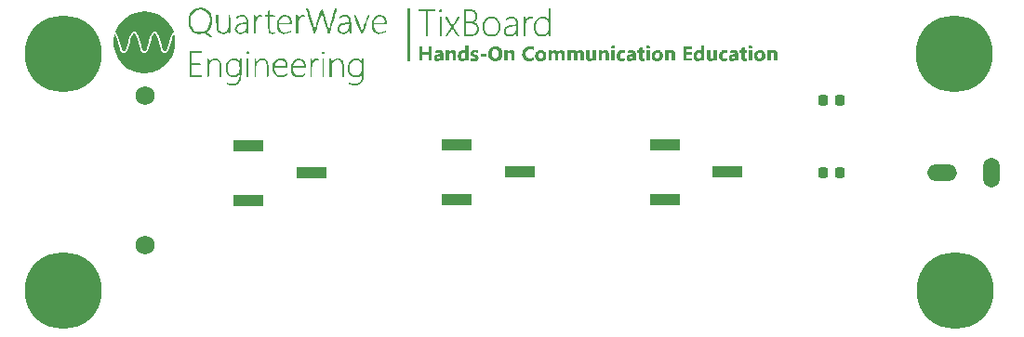
<source format=gts>
%TF.GenerationSoftware,KiCad,Pcbnew,(6.0.2)*%
%TF.CreationDate,2022-08-27T15:51:37-07:00*%
%TF.ProjectId,TxBoard,5478426f-6172-4642-9e6b-696361645f70,5*%
%TF.SameCoordinates,Original*%
%TF.FileFunction,Soldermask,Top*%
%TF.FilePolarity,Negative*%
%FSLAX46Y46*%
G04 Gerber Fmt 4.6, Leading zero omitted, Abs format (unit mm)*
G04 Created by KiCad (PCBNEW (6.0.2)) date 2022-08-27 15:51:37*
%MOMM*%
%LPD*%
G01*
G04 APERTURE LIST*
G04 Aperture macros list*
%AMRoundRect*
0 Rectangle with rounded corners*
0 $1 Rounding radius*
0 $2 $3 $4 $5 $6 $7 $8 $9 X,Y pos of 4 corners*
0 Add a 4 corners polygon primitive as box body*
4,1,4,$2,$3,$4,$5,$6,$7,$8,$9,$2,$3,0*
0 Add four circle primitives for the rounded corners*
1,1,$1+$1,$2,$3*
1,1,$1+$1,$4,$5*
1,1,$1+$1,$6,$7*
1,1,$1+$1,$8,$9*
0 Add four rect primitives between the rounded corners*
20,1,$1+$1,$2,$3,$4,$5,0*
20,1,$1+$1,$4,$5,$6,$7,0*
20,1,$1+$1,$6,$7,$8,$9,0*
20,1,$1+$1,$8,$9,$2,$3,0*%
G04 Aperture macros list end*
%ADD10RoundRect,0.218750X0.218750X0.256250X-0.218750X0.256250X-0.218750X-0.256250X0.218750X-0.256250X0*%
%ADD11C,7.000000*%
%ADD12R,2.700000X1.000000*%
%ADD13O,2.717800X1.501800*%
%ADD14O,1.501800X2.717800*%
%ADD15C,1.755000*%
G04 APERTURE END LIST*
G36*
X124949873Y-86146948D02*
G01*
X125012308Y-86201481D01*
X125026676Y-86287482D01*
X125021999Y-86306510D01*
X124971278Y-86363997D01*
X124889648Y-86386883D01*
X124814630Y-86365928D01*
X124807207Y-86359390D01*
X124779769Y-86288052D01*
X124797392Y-86205144D01*
X124850838Y-86148188D01*
X124860087Y-86144598D01*
X124949873Y-86146948D01*
G37*
G36*
X126928744Y-82391497D02*
G01*
X126939505Y-82445218D01*
X126942119Y-82553608D01*
X126942173Y-82596929D01*
X126942173Y-82833646D01*
X127161770Y-82833646D01*
X127284419Y-82836316D01*
X127350692Y-82848049D01*
X127377329Y-82874423D01*
X127381366Y-82906844D01*
X127373354Y-82947728D01*
X127338156Y-82969819D01*
X127259033Y-82978698D01*
X127161770Y-82980043D01*
X126942173Y-82980043D01*
X126942173Y-83620533D01*
X126942746Y-83853284D01*
X126945238Y-84024141D01*
X126950808Y-84144404D01*
X126960614Y-84225374D01*
X126975817Y-84278353D01*
X126997574Y-84314641D01*
X127015372Y-84334222D01*
X127094868Y-84393185D01*
X127181578Y-84402388D01*
X127287485Y-84371727D01*
X127355291Y-84353275D01*
X127379249Y-84377090D01*
X127381366Y-84409233D01*
X127349419Y-84482799D01*
X127265471Y-84529803D01*
X127147362Y-84545598D01*
X127012932Y-84525540D01*
X126978336Y-84514184D01*
X126912448Y-84484270D01*
X126862500Y-84442927D01*
X126826061Y-84380262D01*
X126800699Y-84286384D01*
X126783983Y-84151400D01*
X126773480Y-83965417D01*
X126766760Y-83718545D01*
X126765419Y-83647983D01*
X126753363Y-82980043D01*
X126609872Y-82980043D01*
X126515258Y-82973636D01*
X126473965Y-82947867D01*
X126466381Y-82906844D01*
X126478834Y-82858720D01*
X126529012Y-82837617D01*
X126610952Y-82833646D01*
X126755523Y-82833646D01*
X126766500Y-82627228D01*
X126777297Y-82505099D01*
X126798449Y-82436038D01*
X126837874Y-82399952D01*
X126859825Y-82390511D01*
X126904098Y-82378058D01*
X126928744Y-82391497D01*
G37*
G36*
X123822363Y-83784102D02*
G01*
X123949325Y-83660416D01*
X123957166Y-83655179D01*
X124034097Y-83621625D01*
X124159609Y-83584121D01*
X124309889Y-83549536D01*
X124350100Y-83541865D01*
X124501961Y-83514088D01*
X124634836Y-83489539D01*
X124725387Y-83472537D01*
X124739669Y-83469777D01*
X124796254Y-83449018D01*
X124810160Y-83402189D01*
X124799310Y-83335535D01*
X124745738Y-83163889D01*
X124667114Y-83051111D01*
X124553971Y-82984550D01*
X124531091Y-82977061D01*
X124351300Y-82960282D01*
X124160222Y-83009934D01*
X124008570Y-83094922D01*
X123924359Y-83148705D01*
X123882558Y-83153748D01*
X123868747Y-83107442D01*
X123867822Y-83069484D01*
X123901404Y-82987581D01*
X123991173Y-82917997D01*
X124120665Y-82864120D01*
X124273416Y-82829340D01*
X124432959Y-82817045D01*
X124582832Y-82830624D01*
X124706569Y-82873467D01*
X124734259Y-82891146D01*
X124811262Y-82954612D01*
X124869249Y-83024321D01*
X124910842Y-83111338D01*
X124938666Y-83226726D01*
X124955342Y-83381550D01*
X124963493Y-83586872D01*
X124965743Y-83853756D01*
X124965748Y-83867579D01*
X124965413Y-84099925D01*
X124963610Y-84269080D01*
X124959213Y-84385050D01*
X124951095Y-84457842D01*
X124938130Y-84497463D01*
X124919190Y-84513920D01*
X124893149Y-84517219D01*
X124892606Y-84517219D01*
X124845787Y-84505681D01*
X124824232Y-84458461D01*
X124819001Y-84361672D01*
X124818595Y-84206124D01*
X124728168Y-84320832D01*
X124607829Y-84427598D01*
X124448657Y-84509710D01*
X124284527Y-84550982D01*
X124242225Y-84553015D01*
X124145482Y-84537208D01*
X124026924Y-84498793D01*
X123993143Y-84484459D01*
X123853854Y-84385987D01*
X123766447Y-84250958D01*
X123731608Y-84095130D01*
X123738313Y-84036536D01*
X123904421Y-84036536D01*
X123933346Y-84191036D01*
X124012596Y-84313149D01*
X124100484Y-84372788D01*
X124213993Y-84392412D01*
X124355941Y-84380005D01*
X124491509Y-84340363D01*
X124546843Y-84311291D01*
X124669380Y-84190845D01*
X124759538Y-84019538D01*
X124807545Y-83816133D01*
X124808259Y-83809467D01*
X124828559Y-83612784D01*
X124503738Y-83661617D01*
X124356832Y-83683398D01*
X124238542Y-83700365D01*
X124166710Y-83709984D01*
X124154275Y-83711241D01*
X124113098Y-83733268D01*
X124040862Y-83787161D01*
X124017028Y-83806784D01*
X123936457Y-83893740D01*
X123906347Y-83990824D01*
X123904421Y-84036536D01*
X123738313Y-84036536D01*
X123750018Y-83934259D01*
X123822363Y-83784102D01*
G37*
G36*
X133111182Y-83916772D02*
G01*
X133176195Y-83779889D01*
X133292064Y-83674060D01*
X133464936Y-83594422D01*
X133700958Y-83536112D01*
X133813719Y-83517773D01*
X134133960Y-83471404D01*
X134130616Y-83314709D01*
X134097809Y-83157650D01*
X134013715Y-83043903D01*
X133888456Y-82976942D01*
X133732150Y-82960240D01*
X133554920Y-82997269D01*
X133407281Y-83066496D01*
X133237274Y-83166126D01*
X133237274Y-83057812D01*
X133245720Y-82989469D01*
X133282827Y-82942891D01*
X133366247Y-82900269D01*
X133411121Y-82882422D01*
X133583090Y-82835801D01*
X133766534Y-82817947D01*
X133936948Y-82828915D01*
X134069829Y-82868756D01*
X134090868Y-82880925D01*
X134164592Y-82936218D01*
X134220706Y-82999875D01*
X134261816Y-83082496D01*
X134290531Y-83194682D01*
X134309457Y-83347033D01*
X134321200Y-83550151D01*
X134328368Y-83814635D01*
X134329014Y-83849280D01*
X134341070Y-84517219D01*
X134246665Y-84517219D01*
X134184155Y-84508797D01*
X134157643Y-84469331D01*
X134152260Y-84381942D01*
X134152260Y-84246664D01*
X134030939Y-84364253D01*
X133858431Y-84486492D01*
X133666457Y-84544855D01*
X133469125Y-84536439D01*
X133362268Y-84501796D01*
X133212295Y-84400691D01*
X133120159Y-84256868D01*
X133093644Y-84105387D01*
X133249976Y-84105387D01*
X133297588Y-84229260D01*
X133390232Y-84323689D01*
X133514586Y-84381381D01*
X133657329Y-84395044D01*
X133805139Y-84357384D01*
X133892944Y-84305466D01*
X134029317Y-84175740D01*
X134109537Y-84023547D01*
X134144748Y-83827705D01*
X134144818Y-83826737D01*
X134160419Y-83611065D01*
X133837330Y-83662802D01*
X133611248Y-83707571D01*
X133448733Y-83761539D01*
X133340276Y-83829595D01*
X133276371Y-83916628D01*
X133260717Y-83959363D01*
X133249976Y-84105387D01*
X133093644Y-84105387D01*
X133090876Y-84089572D01*
X133111182Y-83916772D01*
G37*
G36*
X116495779Y-84514701D02*
G01*
X116551073Y-84566526D01*
X116607115Y-84661120D01*
X116667000Y-84805207D01*
X116733821Y-85005509D01*
X116810674Y-85268750D01*
X116838014Y-85367825D01*
X116915661Y-85641449D01*
X116983226Y-85852403D01*
X117044907Y-86009811D01*
X117104901Y-86122796D01*
X117167404Y-86200481D01*
X117236613Y-86251989D01*
X117247444Y-86257821D01*
X117342123Y-86294703D01*
X117424757Y-86287780D01*
X117468080Y-86271855D01*
X117549496Y-86220330D01*
X117624599Y-86131742D01*
X117697131Y-85998427D01*
X117770835Y-85812720D01*
X117849454Y-85566959D01*
X117901237Y-85384966D01*
X117984246Y-85090883D01*
X118053008Y-84864671D01*
X118108817Y-84702669D01*
X118152972Y-84601219D01*
X118186770Y-84556661D01*
X118195852Y-84553819D01*
X118225759Y-84588343D01*
X118253238Y-84683619D01*
X118276516Y-84827205D01*
X118293822Y-85006656D01*
X118303385Y-85209530D01*
X118304709Y-85318353D01*
X118270184Y-85771135D01*
X118169422Y-86200175D01*
X118006641Y-86600026D01*
X117786062Y-86965241D01*
X117511904Y-87290372D01*
X117188387Y-87569972D01*
X116819730Y-87798594D01*
X116410152Y-87970790D01*
X116203538Y-88030978D01*
X115927332Y-88080059D01*
X115612874Y-88102516D01*
X115288772Y-88098386D01*
X114983636Y-88067708D01*
X114791165Y-88029055D01*
X114365476Y-87883155D01*
X113978630Y-87678277D01*
X113634887Y-87419954D01*
X113338507Y-87113722D01*
X113093750Y-86765115D01*
X112904873Y-86379668D01*
X112776139Y-85962916D01*
X112711805Y-85520394D01*
X112704998Y-85318353D01*
X112709913Y-85108308D01*
X112723479Y-84915319D01*
X112743923Y-84751829D01*
X112769474Y-84630282D01*
X112798360Y-84563121D01*
X112813855Y-84553819D01*
X112844858Y-84580986D01*
X112885985Y-84664815D01*
X112938478Y-84808797D01*
X113003577Y-85016424D01*
X113082522Y-85291187D01*
X113106030Y-85376094D01*
X113183938Y-85648435D01*
X113251753Y-85858150D01*
X113313713Y-86014395D01*
X113374058Y-86126325D01*
X113437027Y-86203096D01*
X113506859Y-86253864D01*
X113514302Y-86257821D01*
X113608982Y-86294703D01*
X113691616Y-86287780D01*
X113734939Y-86271855D01*
X113815996Y-86220693D01*
X113890672Y-86132909D01*
X113962691Y-86000828D01*
X114035779Y-85816773D01*
X114113659Y-85573067D01*
X114169253Y-85376698D01*
X114250251Y-85090583D01*
X114320071Y-84869524D01*
X114381801Y-84706781D01*
X114438532Y-84595615D01*
X114493351Y-84529288D01*
X114549347Y-84501059D01*
X114571568Y-84498919D01*
X114629208Y-84514701D01*
X114684502Y-84566526D01*
X114740544Y-84661120D01*
X114800429Y-84805207D01*
X114867251Y-85005509D01*
X114944104Y-85268750D01*
X114971443Y-85367825D01*
X115049090Y-85641449D01*
X115116656Y-85852403D01*
X115178337Y-86009811D01*
X115238330Y-86122796D01*
X115300833Y-86200481D01*
X115370043Y-86251989D01*
X115380873Y-86257821D01*
X115475552Y-86294703D01*
X115558187Y-86287780D01*
X115601509Y-86271855D01*
X115682567Y-86220693D01*
X115757243Y-86132909D01*
X115829262Y-86000828D01*
X115902349Y-85816773D01*
X115980229Y-85573067D01*
X116035823Y-85376698D01*
X116116821Y-85090583D01*
X116186641Y-84869524D01*
X116248372Y-84706781D01*
X116305102Y-84595615D01*
X116359921Y-84529288D01*
X116415917Y-84501059D01*
X116438139Y-84498919D01*
X116495779Y-84514701D01*
G37*
G36*
X119547120Y-83033914D02*
G01*
X119599148Y-82825754D01*
X119620599Y-82770437D01*
X119727952Y-82590143D01*
X119880606Y-82418655D01*
X120055011Y-82279801D01*
X120164340Y-82220287D01*
X120322337Y-82176843D01*
X120520652Y-82157976D01*
X120730805Y-82163268D01*
X120924315Y-82192300D01*
X121050077Y-82233287D01*
X121272210Y-82375407D01*
X121453153Y-82576406D01*
X121557989Y-82760224D01*
X121602995Y-82867495D01*
X121630966Y-82968588D01*
X121645729Y-83086731D01*
X121651111Y-83245151D01*
X121651495Y-83327738D01*
X121649081Y-83507379D01*
X121639080Y-83637793D01*
X121617348Y-83742869D01*
X121579743Y-83846498D01*
X121549964Y-83913329D01*
X121473881Y-84054294D01*
X121383350Y-84189175D01*
X121320563Y-84264293D01*
X121192692Y-84395661D01*
X121450574Y-84591713D01*
X121565248Y-84680061D01*
X121653711Y-84750437D01*
X121702760Y-84792236D01*
X121708456Y-84798890D01*
X121676004Y-84805944D01*
X121595218Y-84809781D01*
X121566263Y-84810015D01*
X121472294Y-84799523D01*
X121381306Y-84760791D01*
X121270568Y-84682935D01*
X121226377Y-84647263D01*
X121028684Y-84484511D01*
X120787053Y-84525901D01*
X120501449Y-84542183D01*
X120236996Y-84493962D01*
X120001809Y-84386441D01*
X119804002Y-84224827D01*
X119651692Y-84014325D01*
X119552993Y-83760141D01*
X119545735Y-83729636D01*
X119518128Y-83515127D01*
X119519120Y-83319314D01*
X119700457Y-83319314D01*
X119702933Y-83454128D01*
X119746912Y-83729387D01*
X119842010Y-83964317D01*
X119983887Y-84152149D01*
X120168200Y-84286119D01*
X120262778Y-84326662D01*
X120412753Y-84357718D01*
X120597408Y-84366135D01*
X120781722Y-84351632D01*
X120878409Y-84331582D01*
X121072975Y-84241045D01*
X121234198Y-84091484D01*
X121356886Y-83891445D01*
X121435850Y-83649471D01*
X121465897Y-83374107D01*
X121465997Y-83364337D01*
X121455041Y-83109622D01*
X121414816Y-82907155D01*
X121340306Y-82740123D01*
X121239844Y-82606254D01*
X121058032Y-82447801D01*
X120852524Y-82354919D01*
X120611100Y-82322225D01*
X120594579Y-82322057D01*
X120345065Y-82353523D01*
X120129974Y-82446217D01*
X119953637Y-82594642D01*
X119820385Y-82793298D01*
X119734548Y-83036688D01*
X119700457Y-83319314D01*
X119519120Y-83319314D01*
X119519352Y-83273463D01*
X119547120Y-83033914D01*
G37*
G36*
X133027419Y-82182438D02*
G01*
X133042829Y-82216929D01*
X133032486Y-82257205D01*
X133015727Y-82312030D01*
X132981106Y-82427722D01*
X132931400Y-82594921D01*
X132869383Y-82804263D01*
X132797833Y-83046387D01*
X132719525Y-83311931D01*
X132687924Y-83419236D01*
X132596899Y-83726809D01*
X132523219Y-83971105D01*
X132464297Y-84159279D01*
X132417549Y-84298487D01*
X132380387Y-84395885D01*
X132350227Y-84458628D01*
X132324481Y-84493872D01*
X132300565Y-84508774D01*
X132293627Y-84510308D01*
X132234553Y-84501160D01*
X132195816Y-84440891D01*
X132182874Y-84400510D01*
X132124059Y-84195448D01*
X132058064Y-83969975D01*
X131988179Y-83734849D01*
X131917697Y-83500827D01*
X131849910Y-83278665D01*
X131788109Y-83079120D01*
X131735587Y-82912949D01*
X131695635Y-82790910D01*
X131671545Y-82723758D01*
X131666894Y-82714450D01*
X131649544Y-82740314D01*
X131613873Y-82827375D01*
X131562992Y-82966837D01*
X131500008Y-83149904D01*
X131428030Y-83367780D01*
X131353211Y-83601986D01*
X131262646Y-83887304D01*
X131189964Y-84109398D01*
X131132460Y-84275288D01*
X131087429Y-84391995D01*
X131052167Y-84466538D01*
X131023969Y-84505938D01*
X131000604Y-84517219D01*
X130936800Y-84503687D01*
X130919535Y-84489770D01*
X130905544Y-84449488D01*
X130873873Y-84349418D01*
X130827650Y-84199949D01*
X130770001Y-84011473D01*
X130704053Y-83794380D01*
X130632931Y-83559062D01*
X130559763Y-83315910D01*
X130487675Y-83075313D01*
X130419794Y-82847663D01*
X130359245Y-82643351D01*
X130309155Y-82472767D01*
X130272651Y-82346303D01*
X130252859Y-82274349D01*
X130252426Y-82272621D01*
X130240632Y-82200261D01*
X130267991Y-82177413D01*
X130328601Y-82181122D01*
X130358922Y-82186437D01*
X130385269Y-82199687D01*
X130410630Y-82228637D01*
X130437994Y-82281050D01*
X130470350Y-82364688D01*
X130510687Y-82487315D01*
X130561991Y-82656694D01*
X130627253Y-82880588D01*
X130709459Y-83166761D01*
X130713637Y-83181340D01*
X130787252Y-83433750D01*
X130855295Y-83658541D01*
X130915062Y-83847443D01*
X130963844Y-83992190D01*
X130998937Y-84084512D01*
X131017634Y-84116141D01*
X131019102Y-84114625D01*
X131035509Y-84066079D01*
X131070341Y-83957355D01*
X131120524Y-83798248D01*
X131182982Y-83598551D01*
X131254640Y-83368057D01*
X131329375Y-83126441D01*
X131423694Y-82826524D01*
X131505308Y-82578830D01*
X131572722Y-82387524D01*
X131624440Y-82256771D01*
X131658968Y-82190736D01*
X131667877Y-82183322D01*
X131690345Y-82202134D01*
X131722600Y-82268665D01*
X131766189Y-82387493D01*
X131822659Y-82563200D01*
X131893555Y-82800362D01*
X131980425Y-83103561D01*
X131989266Y-83134907D01*
X132061354Y-83388771D01*
X132127949Y-83619497D01*
X132186257Y-83817697D01*
X132233480Y-83973983D01*
X132266822Y-84078968D01*
X132283487Y-84123265D01*
X132283818Y-84123702D01*
X132299227Y-84097127D01*
X132330997Y-84008491D01*
X132376466Y-83866413D01*
X132432974Y-83679517D01*
X132497860Y-83456425D01*
X132568463Y-83205757D01*
X132580241Y-83163201D01*
X132852980Y-82175324D01*
X132956095Y-82175090D01*
X133027419Y-82182438D01*
G37*
G36*
X131348960Y-86774167D02*
G01*
X131400317Y-86836949D01*
X131407303Y-86883085D01*
X131399541Y-86944889D01*
X131363011Y-86946838D01*
X131331958Y-86931632D01*
X131212381Y-86905123D01*
X131087804Y-86940468D01*
X130969883Y-87028244D01*
X130870269Y-87159027D01*
X130800619Y-87323392D01*
X130788764Y-87370890D01*
X130772797Y-87482948D01*
X130759827Y-87645553D01*
X130751271Y-87836071D01*
X130748513Y-88014266D01*
X130747842Y-88203690D01*
X130744552Y-88331833D01*
X130736729Y-88410609D01*
X130722459Y-88451930D01*
X130699830Y-88467712D01*
X130675315Y-88469957D01*
X130651921Y-88467364D01*
X130634128Y-88453719D01*
X130621170Y-88420223D01*
X130612281Y-88358074D01*
X130606696Y-88258475D01*
X130603651Y-88112624D01*
X130602379Y-87911722D01*
X130602116Y-87646969D01*
X130602116Y-87628170D01*
X130602341Y-87359150D01*
X130603528Y-87154529D01*
X130606440Y-87005507D01*
X130611845Y-86903284D01*
X130620505Y-86839060D01*
X130633188Y-86804036D01*
X130650658Y-86789412D01*
X130673680Y-86786388D01*
X130675315Y-86786383D01*
X130722114Y-86797895D01*
X130743618Y-86845039D01*
X130748755Y-86941931D01*
X130748996Y-87097478D01*
X130821255Y-86987680D01*
X130914014Y-86883383D01*
X131027836Y-86807264D01*
X131148048Y-86761943D01*
X131259980Y-86750038D01*
X131348960Y-86774167D01*
G37*
G36*
X126483397Y-86807472D02*
G01*
X126577313Y-86860390D01*
X126650649Y-86924046D01*
X126706123Y-87003641D01*
X126746013Y-87109473D01*
X126772596Y-87251838D01*
X126788147Y-87441035D01*
X126794944Y-87687361D01*
X126795776Y-87848507D01*
X126795391Y-88075046D01*
X126793434Y-88238616D01*
X126788701Y-88349445D01*
X126779986Y-88417763D01*
X126766084Y-88453796D01*
X126745790Y-88467775D01*
X126722577Y-88469957D01*
X126694085Y-88466273D01*
X126674133Y-88447863D01*
X126661206Y-88403692D01*
X126653786Y-88322726D01*
X126650359Y-88193928D01*
X126649407Y-88006264D01*
X126649378Y-87937172D01*
X126643982Y-87628731D01*
X126625819Y-87385929D01*
X126591923Y-87201864D01*
X126539328Y-87069638D01*
X126465070Y-86982348D01*
X126366183Y-86933094D01*
X126239702Y-86914976D01*
X126209920Y-86914481D01*
X126027896Y-86942773D01*
X125879923Y-87031334D01*
X125756923Y-87185688D01*
X125752692Y-87192803D01*
X125724058Y-87250196D01*
X125703205Y-87318869D01*
X125688532Y-87411934D01*
X125678438Y-87542501D01*
X125671321Y-87723681D01*
X125667128Y-87893516D01*
X125661919Y-88110862D01*
X125656106Y-88265577D01*
X125648180Y-88368224D01*
X125636632Y-88429363D01*
X125619954Y-88459559D01*
X125596635Y-88469372D01*
X125584779Y-88469957D01*
X125562398Y-88466714D01*
X125545372Y-88451132D01*
X125532972Y-88414428D01*
X125524467Y-88347821D01*
X125519127Y-88242529D01*
X125516222Y-88089770D01*
X125515022Y-87880763D01*
X125514796Y-87628170D01*
X125515021Y-87359150D01*
X125516208Y-87154529D01*
X125519120Y-87005507D01*
X125524525Y-86903284D01*
X125533186Y-86839060D01*
X125545868Y-86804036D01*
X125563338Y-86789412D01*
X125586360Y-86786388D01*
X125587995Y-86786383D01*
X125635723Y-86798541D01*
X125656929Y-86847781D01*
X125661193Y-86934055D01*
X125661193Y-87081726D01*
X125774335Y-86952865D01*
X125922758Y-86835752D01*
X126104145Y-86770901D01*
X126297891Y-86760683D01*
X126483397Y-86807472D01*
G37*
G36*
X115964886Y-82538240D02*
G01*
X116399344Y-82638204D01*
X116803278Y-82801142D01*
X117171745Y-83024049D01*
X117499796Y-83303925D01*
X117782485Y-83637765D01*
X118014865Y-84022567D01*
X118018703Y-84030235D01*
X118168255Y-84330139D01*
X118072485Y-84443954D01*
X118009094Y-84548385D01*
X117935609Y-84721635D01*
X117853252Y-84960205D01*
X117763244Y-85260595D01*
X117679442Y-85570348D01*
X117604120Y-85812859D01*
X117524112Y-85982445D01*
X117441077Y-86079108D01*
X117356673Y-86102848D01*
X117272559Y-86053664D01*
X117190392Y-85931557D01*
X117111831Y-85736526D01*
X117063406Y-85570348D01*
X116973944Y-85237293D01*
X116894913Y-84969391D01*
X116823779Y-84759756D01*
X116758006Y-84601501D01*
X116695060Y-84487737D01*
X116639454Y-84418419D01*
X116526540Y-84327901D01*
X116425492Y-84303832D01*
X116320366Y-84344952D01*
X116262400Y-84388630D01*
X116195664Y-84459263D01*
X116132993Y-84559362D01*
X116070754Y-84697876D01*
X116005316Y-84883756D01*
X115933047Y-85125951D01*
X115871960Y-85350761D01*
X115804892Y-85596055D01*
X115748462Y-85780121D01*
X115698539Y-85913428D01*
X115650997Y-86006442D01*
X115601705Y-86069632D01*
X115580932Y-86088605D01*
X115500209Y-86118905D01*
X115419412Y-86077932D01*
X115339945Y-85967598D01*
X115263214Y-85789813D01*
X115195095Y-85563898D01*
X115105570Y-85230686D01*
X115026304Y-84962750D01*
X114954790Y-84753289D01*
X114888521Y-84595503D01*
X114824990Y-84482591D01*
X114772884Y-84418419D01*
X114659969Y-84327901D01*
X114558921Y-84303832D01*
X114453795Y-84344952D01*
X114395829Y-84388630D01*
X114329177Y-84459148D01*
X114266588Y-84559043D01*
X114204432Y-84697264D01*
X114139079Y-84882762D01*
X114066899Y-85124485D01*
X114005061Y-85351994D01*
X113944409Y-85576989D01*
X113895779Y-85743394D01*
X113854416Y-85863870D01*
X113815563Y-85951077D01*
X113774462Y-86017674D01*
X113737706Y-86063545D01*
X113660993Y-86120991D01*
X113586102Y-86107056D01*
X113535553Y-86062205D01*
X113471022Y-85968070D01*
X113408674Y-85827122D01*
X113344906Y-85630026D01*
X113291753Y-85430872D01*
X113206525Y-85113750D01*
X113122736Y-84846809D01*
X113042695Y-84636444D01*
X112968706Y-84489047D01*
X112934496Y-84440714D01*
X112841452Y-84330139D01*
X112991004Y-84030235D01*
X113222396Y-83644507D01*
X113504189Y-83309686D01*
X113831437Y-83028773D01*
X114199192Y-82804772D01*
X114602509Y-82640684D01*
X115036440Y-82539514D01*
X115496040Y-82504263D01*
X115504853Y-82504251D01*
X115964886Y-82538240D01*
G37*
G36*
X120720271Y-86310591D02*
G01*
X119805286Y-86310591D01*
X119805286Y-87225576D01*
X120226179Y-87225576D01*
X120407020Y-87226353D01*
X120527051Y-87230118D01*
X120598656Y-87239024D01*
X120634218Y-87255227D01*
X120646121Y-87280880D01*
X120647072Y-87298775D01*
X120642609Y-87330226D01*
X120620961Y-87351101D01*
X120569747Y-87363554D01*
X120476581Y-87369739D01*
X120329080Y-87371809D01*
X120226179Y-87371974D01*
X119805286Y-87371974D01*
X119805286Y-88286960D01*
X120756871Y-88286960D01*
X120756871Y-88469957D01*
X119622289Y-88469957D01*
X119622289Y-86127594D01*
X120720271Y-86127594D01*
X120720271Y-86310591D01*
G37*
G36*
X131796690Y-86788976D02*
G01*
X131814483Y-86802621D01*
X131827442Y-86836118D01*
X131836331Y-86898266D01*
X131841915Y-86997866D01*
X131844961Y-87143717D01*
X131846233Y-87344619D01*
X131846496Y-87609371D01*
X131846496Y-87628170D01*
X131846271Y-87897190D01*
X131845084Y-88101811D01*
X131842171Y-88250833D01*
X131836767Y-88353056D01*
X131828106Y-88417280D01*
X131815424Y-88452304D01*
X131797954Y-88466928D01*
X131774932Y-88469952D01*
X131773297Y-88469957D01*
X131749904Y-88467364D01*
X131732111Y-88453719D01*
X131719153Y-88420223D01*
X131710264Y-88358074D01*
X131704679Y-88258475D01*
X131701633Y-88112624D01*
X131700362Y-87911722D01*
X131700099Y-87646969D01*
X131700098Y-87628170D01*
X131700324Y-87359150D01*
X131701510Y-87154529D01*
X131704423Y-87005507D01*
X131709827Y-86903284D01*
X131718488Y-86839060D01*
X131731171Y-86804036D01*
X131748641Y-86789412D01*
X131771663Y-86786388D01*
X131773297Y-86786383D01*
X131796690Y-86788976D01*
G37*
G36*
X136264062Y-83283614D02*
G01*
X136352536Y-83130202D01*
X136432741Y-83037146D01*
X136615941Y-82889469D01*
X136810740Y-82813151D01*
X137014141Y-82808784D01*
X137223149Y-82876965D01*
X137228006Y-82879395D01*
X137382462Y-82997498D01*
X137496659Y-83172932D01*
X137567149Y-83399755D01*
X137580425Y-83486497D01*
X137602802Y-83675432D01*
X136375512Y-83675432D01*
X136393357Y-83861156D01*
X136443789Y-84063817D01*
X136545459Y-84221757D01*
X136688350Y-84330326D01*
X136862444Y-84384873D01*
X137057723Y-84380748D01*
X137264169Y-84313302D01*
X137312851Y-84287968D01*
X137487421Y-84190399D01*
X137475964Y-84289760D01*
X137431720Y-84376986D01*
X137331336Y-84449860D01*
X137191168Y-84504145D01*
X137027574Y-84535604D01*
X136856908Y-84540002D01*
X136695529Y-84513102D01*
X136659320Y-84501272D01*
X136477011Y-84397544D01*
X136338387Y-84238368D01*
X136246517Y-84029193D01*
X136204470Y-83775470D01*
X136202032Y-83689486D01*
X136212212Y-83529035D01*
X136376889Y-83529035D01*
X136893249Y-83529035D01*
X137096676Y-83528632D01*
X137238150Y-83526263D01*
X137328915Y-83520186D01*
X137380215Y-83508661D01*
X137403295Y-83489948D01*
X137409400Y-83462304D01*
X137409608Y-83449091D01*
X137393944Y-83367928D01*
X137354546Y-83258251D01*
X137334792Y-83214598D01*
X137231708Y-83069298D01*
X137100216Y-82982341D01*
X136952251Y-82950991D01*
X136799751Y-82972513D01*
X136654651Y-83044173D01*
X136528889Y-83163236D01*
X136434399Y-83326966D01*
X136401700Y-83428386D01*
X136376889Y-83529035D01*
X136212212Y-83529035D01*
X136216405Y-83462941D01*
X136264062Y-83283614D01*
G37*
G36*
X125002404Y-88469957D02*
G01*
X124819407Y-88469957D01*
X124819407Y-86786383D01*
X125002404Y-86786383D01*
X125002404Y-88469957D01*
G37*
G36*
X127626598Y-83283614D02*
G01*
X127715072Y-83130202D01*
X127795277Y-83037146D01*
X127978477Y-82889469D01*
X128173276Y-82813151D01*
X128376677Y-82808784D01*
X128585685Y-82876965D01*
X128590542Y-82879395D01*
X128744998Y-82997498D01*
X128859195Y-83172932D01*
X128929685Y-83399755D01*
X128942961Y-83486497D01*
X128965338Y-83675432D01*
X127738048Y-83675432D01*
X127755893Y-83861156D01*
X127806325Y-84063817D01*
X127907995Y-84221757D01*
X128050886Y-84330326D01*
X128224980Y-84384873D01*
X128420259Y-84380748D01*
X128626705Y-84313302D01*
X128675387Y-84287968D01*
X128849957Y-84190399D01*
X128838500Y-84289760D01*
X128794256Y-84376986D01*
X128693872Y-84449860D01*
X128553704Y-84504145D01*
X128390110Y-84535604D01*
X128219444Y-84540002D01*
X128058065Y-84513102D01*
X128021856Y-84501272D01*
X127839547Y-84397544D01*
X127700923Y-84238368D01*
X127609053Y-84029193D01*
X127567006Y-83775470D01*
X127564568Y-83689486D01*
X127574748Y-83529035D01*
X127739425Y-83529035D01*
X128255785Y-83529035D01*
X128459212Y-83528632D01*
X128600686Y-83526263D01*
X128691451Y-83520186D01*
X128742751Y-83508661D01*
X128765831Y-83489948D01*
X128771936Y-83462304D01*
X128772144Y-83449091D01*
X128756480Y-83367928D01*
X128717082Y-83258251D01*
X128697328Y-83214598D01*
X128594244Y-83069298D01*
X128462752Y-82982341D01*
X128314787Y-82950991D01*
X128162287Y-82972513D01*
X128017188Y-83044173D01*
X127891425Y-83163236D01*
X127796935Y-83326966D01*
X127764236Y-83428386D01*
X127739425Y-83529035D01*
X127574748Y-83529035D01*
X127578942Y-83462941D01*
X127626598Y-83283614D01*
G37*
G36*
X134044768Y-87368992D02*
G01*
X134078181Y-87267823D01*
X134134281Y-87156323D01*
X134274156Y-86962583D01*
X134446669Y-86833461D01*
X134655281Y-86766441D01*
X134675012Y-86763497D01*
X134840446Y-86763243D01*
X135006014Y-86800181D01*
X135146884Y-86866262D01*
X135232004Y-86943975D01*
X135269540Y-86992865D01*
X135284260Y-86984470D01*
X135286840Y-86911071D01*
X135286842Y-86904325D01*
X135294988Y-86822319D01*
X135331305Y-86790580D01*
X135381526Y-86786383D01*
X135476210Y-86786383D01*
X135463875Y-87728819D01*
X135459820Y-88017292D01*
X135455540Y-88242536D01*
X135450156Y-88414517D01*
X135442793Y-88543202D01*
X135432574Y-88638558D01*
X135418624Y-88710551D01*
X135400065Y-88769147D01*
X135376021Y-88824315D01*
X135365675Y-88845618D01*
X135245495Y-89017590D01*
X135078690Y-89136636D01*
X134861669Y-89204887D01*
X134732965Y-89220648D01*
X134606116Y-89227415D01*
X134507754Y-89228367D01*
X134463355Y-89224112D01*
X134407905Y-89206015D01*
X134312162Y-89176354D01*
X134271208Y-89163931D01*
X134171054Y-89126118D01*
X134125301Y-89082599D01*
X134115660Y-89028340D01*
X134130315Y-88964027D01*
X134161410Y-88958815D01*
X134431119Y-89046376D01*
X134672619Y-89074223D01*
X134881028Y-89044743D01*
X135051459Y-88960320D01*
X135179028Y-88823341D01*
X135258852Y-88636191D01*
X135286038Y-88409524D01*
X135286842Y-88220992D01*
X135173727Y-88326657D01*
X135007648Y-88434789D01*
X134807443Y-88490830D01*
X134605886Y-88489590D01*
X134398583Y-88425749D01*
X134235021Y-88304588D01*
X134117077Y-88128829D01*
X134046625Y-87901195D01*
X134025367Y-87646470D01*
X134028211Y-87530016D01*
X134190732Y-87530016D01*
X134192254Y-87741924D01*
X134231631Y-87944108D01*
X134305564Y-88113263D01*
X134349477Y-88172678D01*
X134491707Y-88283961D01*
X134660345Y-88340514D01*
X134835474Y-88339804D01*
X134997176Y-88279301D01*
X135027477Y-88258825D01*
X135147100Y-88153267D01*
X135225185Y-88036131D01*
X135269029Y-87889468D01*
X135285931Y-87695329D01*
X135286842Y-87620940D01*
X135279167Y-87409304D01*
X135252477Y-87253172D01*
X135201276Y-87136111D01*
X135120067Y-87041684D01*
X135082563Y-87010173D01*
X134925889Y-86928915D01*
X134755907Y-86910303D01*
X134586599Y-86949063D01*
X134431947Y-87039920D01*
X134305932Y-87177599D01*
X134230367Y-87331686D01*
X134190732Y-87530016D01*
X134028211Y-87530016D01*
X134029295Y-87485613D01*
X134044768Y-87368992D01*
G37*
G36*
X135999647Y-82844159D02*
G01*
X136018830Y-82862221D01*
X136005753Y-82902896D01*
X135969046Y-83001661D01*
X135912493Y-83148734D01*
X135839879Y-83334335D01*
X135754991Y-83548683D01*
X135696601Y-83694858D01*
X135590032Y-83958219D01*
X135505520Y-84160363D01*
X135439488Y-84308636D01*
X135388359Y-84410383D01*
X135348554Y-84472950D01*
X135316497Y-84503683D01*
X135299688Y-84509870D01*
X135273390Y-84506659D01*
X135245431Y-84484052D01*
X135212071Y-84434340D01*
X135169569Y-84349815D01*
X135114183Y-84222770D01*
X135042174Y-84045495D01*
X134949801Y-83810282D01*
X134908229Y-83703194D01*
X134819604Y-83473406D01*
X134740543Y-83266419D01*
X134674694Y-83091953D01*
X134625708Y-82959730D01*
X134597236Y-82879468D01*
X134591453Y-82859606D01*
X134622654Y-82839619D01*
X134677250Y-82833646D01*
X134707734Y-82838843D01*
X134737081Y-82860101D01*
X134769442Y-82905913D01*
X134808967Y-82984775D01*
X134859807Y-83105184D01*
X134926114Y-83275634D01*
X135012038Y-83504621D01*
X135034095Y-83563989D01*
X135114233Y-83776484D01*
X135186128Y-83960578D01*
X135245973Y-84107063D01*
X135289964Y-84206729D01*
X135314295Y-84250367D01*
X135317629Y-84250228D01*
X135333922Y-84203781D01*
X135372059Y-84100028D01*
X135427895Y-83950091D01*
X135497286Y-83765094D01*
X135576085Y-83556159D01*
X135589807Y-83519885D01*
X135679372Y-83285071D01*
X135748322Y-83110357D01*
X135801023Y-82987040D01*
X135841844Y-82906416D01*
X135875151Y-82859782D01*
X135905313Y-82838435D01*
X135934163Y-82833646D01*
X135999647Y-82844159D01*
G37*
G36*
X122220848Y-83418496D02*
G01*
X122222806Y-83665989D01*
X122229311Y-83852334D01*
X122241311Y-83989491D01*
X122259754Y-84089423D01*
X122278592Y-84147664D01*
X122365087Y-84282164D01*
X122485957Y-84363810D01*
X122627327Y-84394793D01*
X122775324Y-84377307D01*
X122916073Y-84313542D01*
X123035700Y-84205692D01*
X123120330Y-84055948D01*
X123134326Y-84012464D01*
X123148155Y-83926248D01*
X123159736Y-83784727D01*
X123168036Y-83605785D01*
X123172025Y-83407306D01*
X123172229Y-83355187D01*
X123172835Y-83150340D01*
X123175515Y-83007538D01*
X123181837Y-82915631D01*
X123193370Y-82863467D01*
X123211685Y-82839894D01*
X123238350Y-82833762D01*
X123245632Y-82833646D01*
X123269025Y-82836238D01*
X123286818Y-82849883D01*
X123299776Y-82883380D01*
X123308665Y-82945528D01*
X123314250Y-83045128D01*
X123317295Y-83190979D01*
X123318567Y-83391881D01*
X123318830Y-83656634D01*
X123318830Y-83675432D01*
X123318605Y-83944452D01*
X123317418Y-84149074D01*
X123314506Y-84298096D01*
X123309101Y-84400319D01*
X123300441Y-84464542D01*
X123287758Y-84499566D01*
X123270288Y-84514190D01*
X123247266Y-84517214D01*
X123245632Y-84517219D01*
X123196470Y-84503960D01*
X123175669Y-84451263D01*
X123172433Y-84380345D01*
X123172433Y-84243471D01*
X123075689Y-84347805D01*
X122909546Y-84478499D01*
X122717986Y-84540852D01*
X122503214Y-84534308D01*
X122416029Y-84513658D01*
X122276899Y-84436981D01*
X122164365Y-84301824D01*
X122088346Y-84120983D01*
X122077712Y-84077293D01*
X122063052Y-83971669D01*
X122050819Y-83812533D01*
X122042110Y-83619560D01*
X122038022Y-83412422D01*
X122037851Y-83362536D01*
X122037851Y-82833646D01*
X122220848Y-82833646D01*
X122220848Y-83418496D01*
G37*
G36*
X133331044Y-86803392D02*
G01*
X133419413Y-86853303D01*
X133498698Y-86919056D01*
X133558612Y-86989794D01*
X133602103Y-87076850D01*
X133632117Y-87191554D01*
X133651601Y-87345239D01*
X133663502Y-87549236D01*
X133670765Y-87814876D01*
X133670872Y-87820317D01*
X133683577Y-88469957D01*
X133493470Y-88469957D01*
X133493470Y-87862448D01*
X133490752Y-87590292D01*
X133480852Y-87381328D01*
X133461153Y-87225693D01*
X133429037Y-87113523D01*
X133381888Y-87034954D01*
X133317088Y-86980122D01*
X133250443Y-86946578D01*
X133131782Y-86906405D01*
X133032183Y-86903187D01*
X132919511Y-86938768D01*
X132852973Y-86969384D01*
X132699933Y-87080663D01*
X132621822Y-87184814D01*
X132591123Y-87245423D01*
X132569420Y-87309311D01*
X132555178Y-87390167D01*
X132546865Y-87501675D01*
X132542947Y-87657524D01*
X132541892Y-87871400D01*
X132541885Y-87898499D01*
X132541885Y-88469957D01*
X132358888Y-88469957D01*
X132358888Y-86786383D01*
X132450387Y-86786383D01*
X132512761Y-86796248D01*
X132537919Y-86840287D01*
X132541885Y-86911666D01*
X132541885Y-87036949D01*
X132645900Y-86932934D01*
X132793640Y-86829884D01*
X132971890Y-86772419D01*
X133158431Y-86762826D01*
X133331044Y-86803392D01*
G37*
G36*
X122918543Y-87368992D02*
G01*
X122951957Y-87267823D01*
X123008056Y-87156323D01*
X123147932Y-86962583D01*
X123320444Y-86833461D01*
X123529056Y-86766441D01*
X123548787Y-86763497D01*
X123714221Y-86763243D01*
X123879789Y-86800181D01*
X124020659Y-86866262D01*
X124105779Y-86943975D01*
X124143315Y-86992865D01*
X124158035Y-86984470D01*
X124160615Y-86911071D01*
X124160617Y-86904325D01*
X124168763Y-86822319D01*
X124205080Y-86790580D01*
X124255301Y-86786383D01*
X124349985Y-86786383D01*
X124337650Y-87728819D01*
X124333596Y-88017292D01*
X124329315Y-88242536D01*
X124323931Y-88414517D01*
X124316568Y-88543202D01*
X124306350Y-88638558D01*
X124292399Y-88710551D01*
X124273840Y-88769147D01*
X124249797Y-88824315D01*
X124239450Y-88845618D01*
X124119270Y-89017590D01*
X123952466Y-89136636D01*
X123735444Y-89204887D01*
X123606740Y-89220648D01*
X123479891Y-89227415D01*
X123381529Y-89228367D01*
X123337130Y-89224112D01*
X123281680Y-89206015D01*
X123185937Y-89176354D01*
X123144983Y-89163931D01*
X123044829Y-89126118D01*
X122999076Y-89082599D01*
X122989436Y-89028340D01*
X123004090Y-88964027D01*
X123035185Y-88958815D01*
X123304894Y-89046376D01*
X123546395Y-89074223D01*
X123754803Y-89044743D01*
X123925234Y-88960320D01*
X124052804Y-88823341D01*
X124132627Y-88636191D01*
X124159813Y-88409524D01*
X124160617Y-88220992D01*
X124047502Y-88326657D01*
X123881424Y-88434789D01*
X123681218Y-88490830D01*
X123479662Y-88489590D01*
X123272358Y-88425749D01*
X123108797Y-88304588D01*
X122990852Y-88128829D01*
X122920400Y-87901195D01*
X122899142Y-87646470D01*
X122901986Y-87530016D01*
X123064507Y-87530016D01*
X123066029Y-87741924D01*
X123105407Y-87944108D01*
X123179340Y-88113263D01*
X123223252Y-88172678D01*
X123365482Y-88283961D01*
X123534120Y-88340514D01*
X123709249Y-88339804D01*
X123870951Y-88279301D01*
X123901253Y-88258825D01*
X124020876Y-88153267D01*
X124098960Y-88036131D01*
X124142805Y-87889468D01*
X124159707Y-87695329D01*
X124160617Y-87620940D01*
X124152942Y-87409304D01*
X124126253Y-87253172D01*
X124075052Y-87136111D01*
X123993842Y-87041684D01*
X123956339Y-87010173D01*
X123799664Y-86928915D01*
X123629682Y-86910303D01*
X123460374Y-86949063D01*
X123305722Y-87039920D01*
X123179707Y-87177599D01*
X123104142Y-87331686D01*
X123064507Y-87530016D01*
X122901986Y-87530016D01*
X122903070Y-87485613D01*
X122918543Y-87368992D01*
G37*
G36*
X130034200Y-82812651D02*
G01*
X130103882Y-82854270D01*
X130126323Y-82922662D01*
X130119903Y-82981226D01*
X130086287Y-82991737D01*
X130021366Y-82970668D01*
X129898481Y-82960832D01*
X129773280Y-83014515D01*
X129659317Y-83123778D01*
X129599201Y-83217940D01*
X129569192Y-83283525D01*
X129547442Y-83357078D01*
X129532275Y-83452298D01*
X129522015Y-83582883D01*
X129514986Y-83762531D01*
X129510764Y-83940778D01*
X129499096Y-84517219D01*
X129321136Y-84517219D01*
X129321136Y-82833646D01*
X129412634Y-82833646D01*
X129474028Y-82842938D01*
X129499521Y-82885081D01*
X129504133Y-82964552D01*
X129504133Y-83095458D01*
X129596829Y-82985294D01*
X129698196Y-82895024D01*
X129815470Y-82834908D01*
X129932767Y-82806824D01*
X130034200Y-82812651D01*
G37*
G36*
X126154661Y-82812651D02*
G01*
X126224343Y-82854270D01*
X126246784Y-82922662D01*
X126240364Y-82981226D01*
X126206749Y-82991737D01*
X126141827Y-82970668D01*
X126018942Y-82960832D01*
X125893741Y-83014515D01*
X125779778Y-83123778D01*
X125719662Y-83217940D01*
X125689653Y-83283525D01*
X125667903Y-83357078D01*
X125652736Y-83452298D01*
X125642476Y-83582883D01*
X125635447Y-83762531D01*
X125631225Y-83940778D01*
X125619557Y-84517219D01*
X125441597Y-84517219D01*
X125441597Y-82833646D01*
X125533095Y-82833646D01*
X125594489Y-82842938D01*
X125619982Y-82885081D01*
X125624594Y-82964552D01*
X125624594Y-83095458D01*
X125717290Y-82985294D01*
X125818657Y-82895024D01*
X125935932Y-82834908D01*
X126053229Y-82806824D01*
X126154661Y-82812651D01*
G37*
G36*
X131807943Y-86145274D02*
G01*
X131870354Y-86193731D01*
X131883156Y-86265483D01*
X131850906Y-86334588D01*
X131778159Y-86375101D01*
X131767289Y-86376768D01*
X131686228Y-86368711D01*
X131645294Y-86310852D01*
X131644579Y-86308638D01*
X131646025Y-86217014D01*
X131700287Y-86154282D01*
X131787550Y-86140261D01*
X131807943Y-86145274D01*
G37*
G36*
X127277432Y-87162561D02*
G01*
X127411125Y-86976317D01*
X127418052Y-86969294D01*
X127595035Y-86835831D01*
X127783730Y-86767329D01*
X127973240Y-86759126D01*
X128152674Y-86806561D01*
X128311136Y-86904974D01*
X128437733Y-87049704D01*
X128521570Y-87236091D01*
X128551744Y-87454323D01*
X128552548Y-87628170D01*
X127335412Y-87628170D01*
X127359956Y-87783718D01*
X127417849Y-87999111D01*
X127517670Y-88159668D01*
X127664943Y-88274054D01*
X127676282Y-88280094D01*
X127839476Y-88339566D01*
X128005094Y-88342969D01*
X128189323Y-88289177D01*
X128300806Y-88236698D01*
X128479349Y-88144067D01*
X128479349Y-88235871D01*
X128465252Y-88299552D01*
X128412081Y-88350683D01*
X128311904Y-88401744D01*
X128127622Y-88460943D01*
X127927701Y-88489386D01*
X127741953Y-88484331D01*
X127646415Y-88462980D01*
X127553480Y-88412667D01*
X127445643Y-88327921D01*
X127385250Y-88268634D01*
X127258763Y-88080301D01*
X127185164Y-87858669D01*
X127164026Y-87620596D01*
X127182075Y-87481772D01*
X127349877Y-87481772D01*
X128404320Y-87481772D01*
X128381708Y-87362824D01*
X128316040Y-87162683D01*
X128209524Y-87017717D01*
X128068823Y-86932150D01*
X127900599Y-86910202D01*
X127728932Y-86949185D01*
X127566648Y-87049275D01*
X127445630Y-87209040D01*
X127381739Y-87370675D01*
X127349877Y-87481772D01*
X127182075Y-87481772D01*
X127194924Y-87382940D01*
X127277432Y-87162561D01*
G37*
G36*
X122201264Y-86807472D02*
G01*
X122295181Y-86860390D01*
X122368516Y-86924046D01*
X122423990Y-87003641D01*
X122463881Y-87109473D01*
X122490463Y-87251838D01*
X122506014Y-87441035D01*
X122512811Y-87687361D01*
X122513643Y-87848507D01*
X122513259Y-88075046D01*
X122511302Y-88238616D01*
X122506568Y-88349445D01*
X122497853Y-88417763D01*
X122483951Y-88453796D01*
X122463658Y-88467775D01*
X122440444Y-88469957D01*
X122411952Y-88466273D01*
X122392000Y-88447863D01*
X122379073Y-88403692D01*
X122371654Y-88322726D01*
X122368226Y-88193928D01*
X122367275Y-88006264D01*
X122367245Y-87937172D01*
X122361850Y-87628731D01*
X122343687Y-87385929D01*
X122309790Y-87201864D01*
X122257196Y-87069638D01*
X122182938Y-86982348D01*
X122084051Y-86933094D01*
X121957570Y-86914976D01*
X121927788Y-86914481D01*
X121745763Y-86942773D01*
X121597790Y-87031334D01*
X121474790Y-87185688D01*
X121470559Y-87192803D01*
X121441926Y-87250196D01*
X121421073Y-87318869D01*
X121406400Y-87411934D01*
X121396305Y-87542501D01*
X121389189Y-87723681D01*
X121384995Y-87893516D01*
X121379786Y-88110862D01*
X121373974Y-88265577D01*
X121366048Y-88368224D01*
X121354500Y-88429363D01*
X121337821Y-88459559D01*
X121314503Y-88469372D01*
X121302647Y-88469957D01*
X121280265Y-88466714D01*
X121263240Y-88451132D01*
X121250839Y-88414428D01*
X121242334Y-88347821D01*
X121236994Y-88242529D01*
X121234089Y-88089770D01*
X121232889Y-87880763D01*
X121232663Y-87628170D01*
X121232889Y-87359150D01*
X121234075Y-87154529D01*
X121236988Y-87005507D01*
X121242392Y-86903284D01*
X121251053Y-86839060D01*
X121263736Y-86804036D01*
X121281205Y-86789412D01*
X121304227Y-86786388D01*
X121305862Y-86786383D01*
X121353590Y-86798541D01*
X121374797Y-86847781D01*
X121379061Y-86934055D01*
X121379061Y-87081726D01*
X121492202Y-86952865D01*
X121640626Y-86835752D01*
X121822012Y-86770901D01*
X122015759Y-86760683D01*
X122201264Y-86807472D01*
G37*
G36*
X128907578Y-87236352D02*
G01*
X128996052Y-87082940D01*
X129076257Y-86989884D01*
X129259457Y-86842207D01*
X129454255Y-86765888D01*
X129657657Y-86761522D01*
X129866665Y-86829703D01*
X129871522Y-86832133D01*
X130025978Y-86950236D01*
X130140175Y-87125669D01*
X130210665Y-87352492D01*
X130223941Y-87439235D01*
X130246317Y-87628170D01*
X129019027Y-87628170D01*
X129036873Y-87813894D01*
X129087305Y-88016555D01*
X129188975Y-88174495D01*
X129331866Y-88283063D01*
X129505960Y-88337611D01*
X129701239Y-88333486D01*
X129907684Y-88266040D01*
X129956367Y-88240705D01*
X130130937Y-88143136D01*
X130119480Y-88242498D01*
X130075236Y-88329724D01*
X129974852Y-88402598D01*
X129834684Y-88456882D01*
X129671089Y-88488342D01*
X129500424Y-88492740D01*
X129339045Y-88465840D01*
X129302836Y-88454010D01*
X129120527Y-88350282D01*
X128981903Y-88191106D01*
X128890032Y-87981931D01*
X128847986Y-87728208D01*
X128845547Y-87642224D01*
X128855727Y-87481772D01*
X129020405Y-87481772D01*
X129536765Y-87481772D01*
X129740192Y-87481370D01*
X129881666Y-87479000D01*
X129972431Y-87472924D01*
X130023731Y-87461399D01*
X130046811Y-87442685D01*
X130052916Y-87415042D01*
X130053124Y-87401829D01*
X130037460Y-87320666D01*
X129998062Y-87210989D01*
X129978308Y-87167335D01*
X129875224Y-87022036D01*
X129743732Y-86935079D01*
X129595767Y-86903729D01*
X129443267Y-86925251D01*
X129298167Y-86996911D01*
X129172404Y-87115973D01*
X129077915Y-87279704D01*
X129045216Y-87381124D01*
X129020405Y-87481772D01*
X128855727Y-87481772D01*
X128859921Y-87415679D01*
X128907578Y-87236352D01*
G37*
G36*
X148241672Y-84164364D02*
G01*
X148267393Y-84079887D01*
X148306939Y-84004193D01*
X148360375Y-83937210D01*
X148427766Y-83878865D01*
X148509178Y-83829088D01*
X148571122Y-83800689D01*
X148604043Y-83788080D01*
X148639013Y-83776501D01*
X148677852Y-83765572D01*
X148722378Y-83754914D01*
X148774409Y-83744146D01*
X148835765Y-83732889D01*
X148908263Y-83720762D01*
X148993722Y-83707387D01*
X149079054Y-83694582D01*
X149348610Y-83654712D01*
X149348502Y-83592537D01*
X149345314Y-83538190D01*
X149336732Y-83477931D01*
X149323973Y-83417774D01*
X149308252Y-83363730D01*
X149295832Y-83332090D01*
X149257458Y-83262974D01*
X149211540Y-83207762D01*
X149157151Y-83165893D01*
X149093364Y-83136804D01*
X149019254Y-83119933D01*
X148937396Y-83114711D01*
X148831033Y-83122883D01*
X148726152Y-83147410D01*
X148622712Y-83188306D01*
X148520671Y-83245586D01*
X148465713Y-83283648D01*
X148436163Y-83305242D01*
X148411704Y-83322634D01*
X148395205Y-83333816D01*
X148389629Y-83336940D01*
X148388065Y-83329245D01*
X148386787Y-83308302D01*
X148385926Y-83277322D01*
X148385616Y-83240097D01*
X148385616Y-83143255D01*
X148427497Y-83115837D01*
X148494413Y-83077788D01*
X148573205Y-83042644D01*
X148659329Y-83012121D01*
X148748242Y-82987936D01*
X148788381Y-82979496D01*
X148838185Y-82972537D01*
X148896476Y-82968326D01*
X148958355Y-82966865D01*
X149018924Y-82968155D01*
X149073283Y-82972200D01*
X149116535Y-82979000D01*
X149118150Y-82979373D01*
X149202810Y-83007254D01*
X149278528Y-83048784D01*
X149344887Y-83103530D01*
X149401470Y-83171060D01*
X149447861Y-83250940D01*
X149483640Y-83342738D01*
X149490396Y-83365748D01*
X149493731Y-83378080D01*
X149496638Y-83390142D01*
X149499152Y-83403115D01*
X149501307Y-83418181D01*
X149503137Y-83436522D01*
X149504678Y-83459319D01*
X149505963Y-83487756D01*
X149507028Y-83523013D01*
X149507907Y-83566272D01*
X149508635Y-83618716D01*
X149509246Y-83681526D01*
X149509775Y-83755883D01*
X149510256Y-83842971D01*
X149510725Y-83943971D01*
X149511215Y-84060064D01*
X149511296Y-84079763D01*
X149513967Y-84727932D01*
X149348610Y-84727932D01*
X149348520Y-84402818D01*
X149316340Y-84456318D01*
X149258886Y-84536811D01*
X149189697Y-84608153D01*
X149111073Y-84668610D01*
X149025312Y-84716448D01*
X148934712Y-84749934D01*
X148922963Y-84753075D01*
X148876748Y-84761481D01*
X148819777Y-84766691D01*
X148757454Y-84768649D01*
X148695181Y-84767299D01*
X148638364Y-84762583D01*
X148600995Y-84756464D01*
X148519078Y-84730749D01*
X148445511Y-84691836D01*
X148381192Y-84641201D01*
X148327018Y-84580323D01*
X148283885Y-84510681D01*
X148252691Y-84433753D01*
X148234332Y-84351016D01*
X148229707Y-84263949D01*
X148230370Y-84257994D01*
X148401706Y-84257994D01*
X148407029Y-84334888D01*
X148425593Y-84405471D01*
X148456650Y-84468392D01*
X148499455Y-84522300D01*
X148553259Y-84565845D01*
X148617315Y-84597673D01*
X148648999Y-84607737D01*
X148688683Y-84614922D01*
X148738818Y-84619049D01*
X148793674Y-84620102D01*
X148847525Y-84618065D01*
X148894641Y-84612924D01*
X148916825Y-84608463D01*
X149000489Y-84578899D01*
X149078173Y-84535020D01*
X149148598Y-84478283D01*
X149210486Y-84410149D01*
X149262557Y-84332078D01*
X149303533Y-84245528D01*
X149332135Y-84151959D01*
X149336950Y-84128967D01*
X149340833Y-84101391D01*
X149343982Y-84064950D01*
X149346362Y-84022586D01*
X149347943Y-83977243D01*
X149348691Y-83931865D01*
X149348574Y-83889396D01*
X149347559Y-83852780D01*
X149345614Y-83824960D01*
X149342707Y-83808880D01*
X149340514Y-83806091D01*
X149326949Y-83807350D01*
X149299507Y-83810884D01*
X149260557Y-83816326D01*
X149212470Y-83823313D01*
X149157616Y-83831478D01*
X149098367Y-83840457D01*
X149037092Y-83849885D01*
X148976161Y-83859395D01*
X148917946Y-83868624D01*
X148864817Y-83877206D01*
X148819144Y-83884775D01*
X148783298Y-83890966D01*
X148759650Y-83895415D01*
X148756783Y-83896022D01*
X148666369Y-83919958D01*
X148590836Y-83949392D01*
X148529317Y-83985025D01*
X148480947Y-84027557D01*
X148444858Y-84077689D01*
X148420186Y-84136120D01*
X148410371Y-84176142D01*
X148401706Y-84257994D01*
X148230370Y-84257994D01*
X148239711Y-84174030D01*
X148241672Y-84164364D01*
G37*
G36*
X161380934Y-85594014D02*
G01*
X161419237Y-85600987D01*
X161439086Y-85608389D01*
X161477042Y-85635939D01*
X161502942Y-85671683D01*
X161516736Y-85712549D01*
X161518373Y-85755468D01*
X161507803Y-85797370D01*
X161484974Y-85835184D01*
X161449835Y-85865840D01*
X161443408Y-85869683D01*
X161411995Y-85881297D01*
X161371765Y-85887757D01*
X161328919Y-85888861D01*
X161289661Y-85884411D01*
X161262576Y-85875520D01*
X161219794Y-85845547D01*
X161191355Y-85807779D01*
X161177534Y-85762644D01*
X161176153Y-85741111D01*
X161183648Y-85692981D01*
X161204882Y-85651060D01*
X161237984Y-85618267D01*
X161264369Y-85603490D01*
X161296871Y-85595079D01*
X161337936Y-85591983D01*
X161380934Y-85594014D01*
G37*
G36*
X163550374Y-86023320D02*
G01*
X163615225Y-86035372D01*
X163669160Y-86058439D01*
X163713523Y-86093398D01*
X163749661Y-86141125D01*
X163778918Y-86202496D01*
X163787303Y-86225923D01*
X163791638Y-86239548D01*
X163795231Y-86253217D01*
X163798169Y-86268604D01*
X163800537Y-86287384D01*
X163802419Y-86311234D01*
X163803901Y-86341828D01*
X163805068Y-86380842D01*
X163806005Y-86429951D01*
X163806798Y-86490830D01*
X163807531Y-86565155D01*
X163808132Y-86635401D01*
X163811080Y-86991380D01*
X163514913Y-86991380D01*
X163512237Y-86684181D01*
X163509562Y-86376983D01*
X163484870Y-86329084D01*
X163461900Y-86292312D01*
X163437511Y-86269446D01*
X163431499Y-86265900D01*
X163399159Y-86255059D01*
X163360045Y-86250911D01*
X163321463Y-86253620D01*
X163291866Y-86262745D01*
X163264132Y-86283104D01*
X163236444Y-86313137D01*
X163213722Y-86346798D01*
X163202232Y-86372911D01*
X163199210Y-86391317D01*
X163196773Y-86424608D01*
X163194912Y-86473106D01*
X163193616Y-86537135D01*
X163192877Y-86617017D01*
X163192680Y-86698086D01*
X163192680Y-86991380D01*
X162888143Y-86991380D01*
X162888143Y-86044847D01*
X163192680Y-86044847D01*
X163192680Y-86169634D01*
X163234478Y-86123901D01*
X163288915Y-86076119D01*
X163330871Y-86051290D01*
X163357559Y-86038888D01*
X163380524Y-86030770D01*
X163404966Y-86025846D01*
X163436081Y-86023023D01*
X163473260Y-86021408D01*
X163550374Y-86023320D01*
G37*
G36*
X168389913Y-86022021D02*
G01*
X168445795Y-86025185D01*
X168494964Y-86030448D01*
X168533146Y-86037718D01*
X168540590Y-86039875D01*
X168583801Y-86053715D01*
X168583801Y-86180973D01*
X168583606Y-86224636D01*
X168583069Y-86261839D01*
X168582260Y-86289779D01*
X168581248Y-86305654D01*
X168580610Y-86308230D01*
X168572181Y-86304961D01*
X168552788Y-86296311D01*
X168526308Y-86284019D01*
X168520937Y-86281483D01*
X168489110Y-86267586D01*
X168461288Y-86259065D01*
X168430657Y-86254377D01*
X168390400Y-86251984D01*
X168390379Y-86251983D01*
X168348985Y-86251389D01*
X168317689Y-86253721D01*
X168290270Y-86259747D01*
X168269069Y-86266941D01*
X168216349Y-86295175D01*
X168171979Y-86335936D01*
X168139024Y-86386163D01*
X168130895Y-86405034D01*
X168117646Y-86456863D01*
X168112473Y-86516094D01*
X168115495Y-86575720D01*
X168126833Y-86628732D01*
X168127072Y-86629456D01*
X168148508Y-86672815D01*
X168181280Y-86713818D01*
X168220956Y-86747938D01*
X168263102Y-86770644D01*
X168266397Y-86771815D01*
X168317685Y-86782906D01*
X168375961Y-86785202D01*
X168435946Y-86779295D01*
X168492363Y-86765777D01*
X168539931Y-86745240D01*
X168548091Y-86740230D01*
X168561583Y-86732135D01*
X168571183Y-86729618D01*
X168577485Y-86734590D01*
X168581083Y-86748963D01*
X168582573Y-86774649D01*
X168582550Y-86813560D01*
X168581963Y-86849067D01*
X168579686Y-86970137D01*
X168522071Y-86990421D01*
X168498082Y-86998249D01*
X168475152Y-87003916D01*
X168449706Y-87007845D01*
X168418166Y-87010457D01*
X168376960Y-87012177D01*
X168328649Y-87013312D01*
X168269427Y-87013943D01*
X168223707Y-87013162D01*
X168188576Y-87010810D01*
X168161121Y-87006730D01*
X168147573Y-87003511D01*
X168067417Y-86973559D01*
X167995255Y-86930596D01*
X167932670Y-86876191D01*
X167881245Y-86811915D01*
X167842561Y-86739340D01*
X167823152Y-86681540D01*
X167814597Y-86632918D01*
X167810362Y-86574126D01*
X167810387Y-86510859D01*
X167814610Y-86448816D01*
X167822971Y-86393692D01*
X167826373Y-86378981D01*
X167855945Y-86294861D01*
X167898738Y-86219934D01*
X167953663Y-86155252D01*
X168019633Y-86101868D01*
X168095560Y-86060834D01*
X168180356Y-86033203D01*
X168184799Y-86032194D01*
X168224762Y-86026041D01*
X168275120Y-86022356D01*
X168331596Y-86021047D01*
X168389913Y-86022021D01*
G37*
G36*
X153510307Y-86024541D02*
G01*
X153543823Y-86025661D01*
X153568152Y-86028094D01*
X153586930Y-86032302D01*
X153603793Y-86038748D01*
X153613302Y-86043283D01*
X153664388Y-86077261D01*
X153707788Y-86123138D01*
X153732922Y-86163114D01*
X153742989Y-86184071D01*
X153751386Y-86205021D01*
X153758266Y-86227640D01*
X153763776Y-86253603D01*
X153768067Y-86284585D01*
X153771289Y-86322264D01*
X153773591Y-86368315D01*
X153775123Y-86424414D01*
X153776035Y-86492237D01*
X153776477Y-86573459D01*
X153776594Y-86651863D01*
X153776737Y-86991380D01*
X153481172Y-86991380D01*
X153476316Y-86369960D01*
X153455739Y-86328819D01*
X153430829Y-86289572D01*
X153401321Y-86264995D01*
X153364298Y-86253381D01*
X153325126Y-86252404D01*
X153295567Y-86254975D01*
X153275832Y-86260214D01*
X153259289Y-86271195D01*
X153239303Y-86290990D01*
X153237318Y-86293088D01*
X153222260Y-86309678D01*
X153209884Y-86325725D01*
X153199926Y-86342984D01*
X153192126Y-86363213D01*
X153186220Y-86388169D01*
X153181947Y-86419609D01*
X153179045Y-86459289D01*
X153177251Y-86508967D01*
X153176304Y-86570399D01*
X153175941Y-86645342D01*
X153175894Y-86704798D01*
X153175894Y-86991380D01*
X152880810Y-86991380D01*
X152878142Y-86680670D01*
X152875473Y-86369960D01*
X152854896Y-86328819D01*
X152828674Y-86288925D01*
X152796371Y-86263704D01*
X152756033Y-86251893D01*
X152733925Y-86250615D01*
X152688438Y-86255563D01*
X152652589Y-86271638D01*
X152622423Y-86300685D01*
X152620052Y-86303735D01*
X152608850Y-86319310D01*
X152599671Y-86335009D01*
X152592315Y-86352598D01*
X152586581Y-86373837D01*
X152582270Y-86400492D01*
X152579182Y-86434325D01*
X152577117Y-86477099D01*
X152575875Y-86530578D01*
X152575255Y-86596525D01*
X152575058Y-86676703D01*
X152575052Y-86700497D01*
X152575052Y-86991380D01*
X152270515Y-86991380D01*
X152270515Y-86044847D01*
X152575052Y-86044847D01*
X152575052Y-86167234D01*
X152620125Y-86122161D01*
X152666545Y-86083171D01*
X152717936Y-86052130D01*
X152720951Y-86050679D01*
X152745135Y-86039619D01*
X152765206Y-86032173D01*
X152785450Y-86027629D01*
X152810152Y-86025273D01*
X152843596Y-86024392D01*
X152879588Y-86024270D01*
X152923421Y-86024519D01*
X152954730Y-86025666D01*
X152977448Y-86028309D01*
X152995512Y-86033046D01*
X153012855Y-86040477D01*
X153024148Y-86046265D01*
X153060932Y-86070615D01*
X153096420Y-86102533D01*
X153125019Y-86136631D01*
X153135176Y-86153176D01*
X153143558Y-86168613D01*
X153147768Y-86175419D01*
X153154089Y-86171219D01*
X153168710Y-86157428D01*
X153188900Y-86136673D01*
X153196928Y-86128087D01*
X153247967Y-86081644D01*
X153298188Y-86051015D01*
X153320864Y-86040230D01*
X153339656Y-86032820D01*
X153358489Y-86028152D01*
X153381284Y-86025594D01*
X153411965Y-86024511D01*
X153454455Y-86024272D01*
X153463969Y-86024270D01*
X153510307Y-86024541D01*
G37*
G36*
X144949637Y-82324562D02*
G01*
X145047099Y-82324662D01*
X145129781Y-82325056D01*
X145199365Y-82325885D01*
X145257531Y-82327289D01*
X145305960Y-82329409D01*
X145346334Y-82332386D01*
X145380334Y-82336360D01*
X145409640Y-82341472D01*
X145435933Y-82347864D01*
X145460896Y-82355675D01*
X145486208Y-82365046D01*
X145500224Y-82370647D01*
X145582627Y-82412591D01*
X145655741Y-82467015D01*
X145718145Y-82532338D01*
X145768414Y-82606980D01*
X145805126Y-82689359D01*
X145814484Y-82719636D01*
X145824019Y-82769208D01*
X145829270Y-82829311D01*
X145830295Y-82894598D01*
X145827151Y-82959721D01*
X145819896Y-83019334D01*
X145810782Y-83060840D01*
X145776219Y-83154153D01*
X145728533Y-83237631D01*
X145667302Y-83311912D01*
X145610352Y-83363490D01*
X145583285Y-83383081D01*
X145549946Y-83404120D01*
X145514215Y-83424512D01*
X145479972Y-83442160D01*
X145451096Y-83454967D01*
X145431470Y-83460838D01*
X145429924Y-83460976D01*
X145432569Y-83462890D01*
X145448547Y-83467638D01*
X145475125Y-83474468D01*
X145503680Y-83481271D01*
X145601425Y-83511143D01*
X145687839Y-83552806D01*
X145762698Y-83606051D01*
X145825781Y-83670670D01*
X145876865Y-83746456D01*
X145915727Y-83833199D01*
X145930384Y-83880168D01*
X145938741Y-83924578D01*
X145943650Y-83980276D01*
X145945175Y-84042466D01*
X145943375Y-84106352D01*
X145938313Y-84167138D01*
X145930051Y-84220030D01*
X145925783Y-84238204D01*
X145891362Y-84337036D01*
X145843482Y-84426849D01*
X145782952Y-84506835D01*
X145710578Y-84576188D01*
X145627171Y-84634099D01*
X145533538Y-84679760D01*
X145458592Y-84705062D01*
X145443273Y-84709185D01*
X145428257Y-84712649D01*
X145411972Y-84715521D01*
X145392844Y-84717872D01*
X145369300Y-84719771D01*
X145339768Y-84721287D01*
X145302674Y-84722490D01*
X145256446Y-84723449D01*
X145199509Y-84724234D01*
X145130293Y-84724914D01*
X145047223Y-84725559D01*
X144984271Y-84725997D01*
X144574793Y-84728782D01*
X144574793Y-84579779D01*
X144747638Y-84579779D01*
X144951348Y-84579592D01*
X145014679Y-84579201D01*
X145078953Y-84578209D01*
X145140268Y-84576719D01*
X145194722Y-84574834D01*
X145238412Y-84572658D01*
X145253827Y-84571588D01*
X145350655Y-84559807D01*
X145434357Y-84540471D01*
X145506765Y-84512898D01*
X145569710Y-84476403D01*
X145620324Y-84434851D01*
X145674763Y-84374407D01*
X145715712Y-84308925D01*
X145744132Y-84236182D01*
X145760985Y-84153956D01*
X145765995Y-84098219D01*
X145764659Y-84001650D01*
X145749831Y-83914484D01*
X145721549Y-83836780D01*
X145679854Y-83768599D01*
X145624786Y-83709998D01*
X145556383Y-83661039D01*
X145474685Y-83621780D01*
X145439018Y-83609042D01*
X145400856Y-83597704D01*
X145360890Y-83588358D01*
X145316928Y-83580775D01*
X145266782Y-83574721D01*
X145208258Y-83569965D01*
X145139168Y-83566276D01*
X145057319Y-83563421D01*
X144992502Y-83561823D01*
X144747638Y-83556534D01*
X144747638Y-84579779D01*
X144574793Y-84579779D01*
X144574793Y-83413502D01*
X144747638Y-83413502D01*
X144963694Y-83408741D01*
X145051735Y-83406268D01*
X145123771Y-83403069D01*
X145180244Y-83399117D01*
X145221595Y-83394384D01*
X145238027Y-83391444D01*
X145332678Y-83364068D01*
X145416258Y-83325256D01*
X145488273Y-83275428D01*
X145548230Y-83215009D01*
X145595635Y-83144420D01*
X145629994Y-83064084D01*
X145633466Y-83052980D01*
X145642486Y-83009420D01*
X145647587Y-82955642D01*
X145648768Y-82897334D01*
X145646032Y-82840188D01*
X145639379Y-82789893D01*
X145633441Y-82765153D01*
X145604186Y-82691083D01*
X145564493Y-82629213D01*
X145513464Y-82578650D01*
X145450203Y-82538503D01*
X145375568Y-82508432D01*
X145335399Y-82497893D01*
X145286901Y-82489375D01*
X145228606Y-82482763D01*
X145159045Y-82477941D01*
X145076747Y-82474793D01*
X144980244Y-82473202D01*
X144926656Y-82472955D01*
X144747638Y-82472715D01*
X144747638Y-83413502D01*
X144574793Y-83413502D01*
X144574793Y-82324562D01*
X144949637Y-82324562D01*
G37*
G36*
X146607780Y-86596305D02*
G01*
X146089245Y-86596305D01*
X146089245Y-86390537D01*
X146607780Y-86390537D01*
X146607780Y-86596305D01*
G37*
G36*
X172867548Y-86023320D02*
G01*
X172932400Y-86035372D01*
X172986334Y-86058439D01*
X173030698Y-86093398D01*
X173066835Y-86141125D01*
X173096092Y-86202496D01*
X173104477Y-86225923D01*
X173108812Y-86239548D01*
X173112406Y-86253217D01*
X173115344Y-86268604D01*
X173117711Y-86287384D01*
X173119593Y-86311234D01*
X173121075Y-86341828D01*
X173122242Y-86380842D01*
X173123179Y-86429951D01*
X173123972Y-86490830D01*
X173124705Y-86565155D01*
X173125307Y-86635401D01*
X173128254Y-86991380D01*
X172832087Y-86991380D01*
X172829412Y-86684181D01*
X172826737Y-86376983D01*
X172802045Y-86329084D01*
X172779074Y-86292312D01*
X172754685Y-86269446D01*
X172748673Y-86265900D01*
X172716334Y-86255059D01*
X172677219Y-86250911D01*
X172638638Y-86253620D01*
X172609040Y-86262745D01*
X172581307Y-86283104D01*
X172553619Y-86313137D01*
X172530896Y-86346798D01*
X172519406Y-86372911D01*
X172516385Y-86391317D01*
X172513948Y-86424608D01*
X172512086Y-86473106D01*
X172510791Y-86537135D01*
X172510052Y-86617017D01*
X172509854Y-86698086D01*
X172509854Y-86991380D01*
X172205317Y-86991380D01*
X172205317Y-86044847D01*
X172509854Y-86044847D01*
X172509854Y-86169634D01*
X172551652Y-86123901D01*
X172606090Y-86076119D01*
X172648046Y-86051290D01*
X172674733Y-86038888D01*
X172697699Y-86030770D01*
X172722140Y-86025846D01*
X172753255Y-86023023D01*
X172790434Y-86021408D01*
X172867548Y-86023320D01*
G37*
G36*
X150730115Y-82977607D02*
G01*
X150771793Y-82982303D01*
X150795722Y-82987454D01*
X150838370Y-83000119D01*
X150838370Y-83086908D01*
X150837829Y-83122058D01*
X150836365Y-83149755D01*
X150834217Y-83166768D01*
X150832197Y-83170534D01*
X150794843Y-83151753D01*
X150766601Y-83139346D01*
X150742030Y-83131993D01*
X150715689Y-83128374D01*
X150682139Y-83127170D01*
X150652984Y-83127057D01*
X150612082Y-83127363D01*
X150582830Y-83128869D01*
X150560418Y-83132461D01*
X150540036Y-83139023D01*
X150516876Y-83149438D01*
X150508188Y-83153683D01*
X150437472Y-83197644D01*
X150374735Y-83255802D01*
X150320168Y-83327850D01*
X150273958Y-83413485D01*
X150236296Y-83512401D01*
X150207370Y-83624292D01*
X150203143Y-83645592D01*
X150199538Y-83665454D01*
X150196450Y-83685165D01*
X150193828Y-83706192D01*
X150191618Y-83730001D01*
X150189768Y-83758061D01*
X150188227Y-83791838D01*
X150186941Y-83832799D01*
X150185860Y-83882412D01*
X150184929Y-83942143D01*
X150184098Y-84013460D01*
X150183314Y-84097830D01*
X150182525Y-84196719D01*
X150182260Y-84232031D01*
X150178579Y-84727932D01*
X150023529Y-84727932D01*
X150023529Y-83007712D01*
X150179912Y-83007712D01*
X150180013Y-83190845D01*
X150180113Y-83373979D01*
X150208335Y-83309333D01*
X150237938Y-83246477D01*
X150267550Y-83195156D01*
X150300276Y-83150741D01*
X150339224Y-83108599D01*
X150349860Y-83098292D01*
X150412935Y-83046886D01*
X150479885Y-83008333D01*
X150547740Y-82984328D01*
X150550524Y-82983673D01*
X150586485Y-82978262D01*
X150632027Y-82975503D01*
X150681715Y-82975313D01*
X150730115Y-82977607D01*
G37*
G36*
X142558266Y-84727932D02*
G01*
X142393652Y-84727932D01*
X142393652Y-83007712D01*
X142558266Y-83007712D01*
X142558266Y-84727932D01*
G37*
G36*
X165340898Y-85913155D02*
G01*
X164879977Y-85913155D01*
X164879977Y-86209461D01*
X165307975Y-86209461D01*
X165307975Y-86448152D01*
X164879977Y-86448152D01*
X164879977Y-86752689D01*
X165373820Y-86752689D01*
X165373820Y-86991380D01*
X164575441Y-86991380D01*
X164575441Y-85674465D01*
X165340898Y-85674465D01*
X165340898Y-85913155D01*
G37*
G36*
X161497152Y-86991380D02*
G01*
X161192615Y-86991380D01*
X161192615Y-86044847D01*
X161497152Y-86044847D01*
X161497152Y-86991380D01*
G37*
G36*
X156007262Y-86343774D02*
G01*
X156007403Y-86430821D01*
X156007955Y-86503032D01*
X156009107Y-86562033D01*
X156011049Y-86609447D01*
X156013973Y-86646900D01*
X156018069Y-86676016D01*
X156023527Y-86698419D01*
X156030538Y-86715735D01*
X156039292Y-86729587D01*
X156049979Y-86741600D01*
X156054395Y-86745843D01*
X156081731Y-86767986D01*
X156108366Y-86780239D01*
X156141044Y-86785113D01*
X156161047Y-86785570D01*
X156212223Y-86778415D01*
X156255376Y-86756926D01*
X156287416Y-86725510D01*
X156297612Y-86711391D01*
X156305966Y-86696489D01*
X156312660Y-86679073D01*
X156317875Y-86657415D01*
X156321793Y-86629784D01*
X156324594Y-86594451D01*
X156326460Y-86549686D01*
X156327572Y-86493758D01*
X156328111Y-86424938D01*
X156328259Y-86341497D01*
X156328260Y-86335729D01*
X156328260Y-86044847D01*
X156624566Y-86044847D01*
X156624566Y-86991380D01*
X156328260Y-86991380D01*
X156328260Y-86867500D01*
X156279620Y-86917208D01*
X156237931Y-86955740D01*
X156197655Y-86982900D01*
X156154421Y-87000488D01*
X156103855Y-87010306D01*
X156044300Y-87014092D01*
X155997556Y-87014424D01*
X155962549Y-87012566D01*
X155934646Y-87008064D01*
X155910961Y-87001092D01*
X155855214Y-86976136D01*
X155811225Y-86943560D01*
X155775325Y-86900123D01*
X155753163Y-86861752D01*
X155743388Y-86841505D01*
X155735248Y-86821361D01*
X155728596Y-86799633D01*
X155723282Y-86774636D01*
X155719157Y-86744685D01*
X155716074Y-86708092D01*
X155713884Y-86663173D01*
X155712437Y-86608241D01*
X155711586Y-86541610D01*
X155711181Y-86461595D01*
X155711077Y-86384364D01*
X155710956Y-86044847D01*
X156007262Y-86044847D01*
X156007262Y-86343774D01*
G37*
G36*
X151072006Y-86456968D02*
G01*
X151077001Y-86403055D01*
X151084554Y-86357578D01*
X151091526Y-86332526D01*
X151112480Y-86280076D01*
X151135067Y-86237555D01*
X151163139Y-86198584D01*
X151192301Y-86165491D01*
X151254490Y-86110978D01*
X151327731Y-86068608D01*
X151412102Y-86038338D01*
X151419537Y-86036386D01*
X151468618Y-86027364D01*
X151527978Y-86021859D01*
X151591990Y-86019932D01*
X151655033Y-86021645D01*
X151711480Y-86027059D01*
X151743023Y-86032838D01*
X151825735Y-86060271D01*
X151899056Y-86100922D01*
X151962111Y-86153922D01*
X152014027Y-86218402D01*
X152053930Y-86293495D01*
X152077933Y-86365746D01*
X152084650Y-86405626D01*
X152088215Y-86455957D01*
X152088783Y-86512092D01*
X152086513Y-86569387D01*
X152081561Y-86623195D01*
X152074083Y-86668869D01*
X152066816Y-86695259D01*
X152031240Y-86776849D01*
X151987355Y-86845070D01*
X151933565Y-86901522D01*
X151868272Y-86947801D01*
X151789880Y-86985506D01*
X151768626Y-86993570D01*
X151734202Y-87002264D01*
X151687697Y-87008733D01*
X151633351Y-87012893D01*
X151575406Y-87014656D01*
X151518103Y-87013936D01*
X151465682Y-87010648D01*
X151422384Y-87004705D01*
X151406290Y-87000941D01*
X151322005Y-86969481D01*
X151248667Y-86926000D01*
X151186828Y-86871064D01*
X151137036Y-86805240D01*
X151099844Y-86729095D01*
X151080592Y-86665734D01*
X151073861Y-86623702D01*
X151070286Y-86571854D01*
X151069976Y-86540664D01*
X151370508Y-86540664D01*
X151377248Y-86599806D01*
X151391114Y-86654493D01*
X151411653Y-86701463D01*
X151438412Y-86737455D01*
X151450140Y-86747592D01*
X151480482Y-86766600D01*
X151512746Y-86778167D01*
X151552293Y-86783790D01*
X151584013Y-86784962D01*
X151621796Y-86783827D01*
X151650325Y-86778526D01*
X151676566Y-86767710D01*
X151678666Y-86766623D01*
X151719071Y-86737079D01*
X151749609Y-86695673D01*
X151770445Y-86641968D01*
X151781744Y-86575525D01*
X151783671Y-86495905D01*
X151783388Y-86488015D01*
X151776067Y-86416037D01*
X151760173Y-86357829D01*
X151735232Y-86312827D01*
X151700768Y-86280470D01*
X151656308Y-86260196D01*
X151601375Y-86251441D01*
X151583250Y-86250976D01*
X151524550Y-86256705D01*
X151476536Y-86274492D01*
X151437789Y-86305241D01*
X151406891Y-86349854D01*
X151397577Y-86369120D01*
X151380220Y-86422059D01*
X151371348Y-86480327D01*
X151370508Y-86540664D01*
X151069976Y-86540664D01*
X151069718Y-86514755D01*
X151072006Y-86456968D01*
G37*
G36*
X158195646Y-85594014D02*
G01*
X158233949Y-85600987D01*
X158253798Y-85608389D01*
X158291753Y-85635939D01*
X158317654Y-85671683D01*
X158331448Y-85712549D01*
X158333085Y-85755468D01*
X158322514Y-85797370D01*
X158299685Y-85835184D01*
X158264547Y-85865840D01*
X158258120Y-85869683D01*
X158226706Y-85881297D01*
X158186476Y-85887757D01*
X158143631Y-85888861D01*
X158104372Y-85884411D01*
X158077288Y-85875520D01*
X158034506Y-85845547D01*
X158006066Y-85807779D01*
X157992245Y-85762644D01*
X157990865Y-85741111D01*
X157998359Y-85692981D01*
X158019594Y-85651060D01*
X158052695Y-85618267D01*
X158079081Y-85603490D01*
X158111583Y-85595079D01*
X158152648Y-85591983D01*
X158195646Y-85594014D01*
G37*
G36*
X148940847Y-86023320D02*
G01*
X149005698Y-86035372D01*
X149059633Y-86058439D01*
X149103996Y-86093398D01*
X149140134Y-86141125D01*
X149169391Y-86202496D01*
X149177776Y-86225923D01*
X149182111Y-86239548D01*
X149185704Y-86253217D01*
X149188642Y-86268604D01*
X149191010Y-86287384D01*
X149192892Y-86311234D01*
X149194374Y-86341828D01*
X149195541Y-86380842D01*
X149196478Y-86429951D01*
X149197271Y-86490830D01*
X149198004Y-86565155D01*
X149198605Y-86635401D01*
X149201553Y-86991380D01*
X148905386Y-86991380D01*
X148902711Y-86684181D01*
X148900036Y-86376983D01*
X148875343Y-86329084D01*
X148852373Y-86292312D01*
X148827984Y-86269446D01*
X148821972Y-86265900D01*
X148789633Y-86255059D01*
X148750518Y-86250911D01*
X148711936Y-86253620D01*
X148682339Y-86262745D01*
X148654606Y-86283104D01*
X148626917Y-86313137D01*
X148604195Y-86346798D01*
X148592705Y-86372911D01*
X148589683Y-86391317D01*
X148587246Y-86424608D01*
X148585385Y-86473106D01*
X148584090Y-86537135D01*
X148583351Y-86617017D01*
X148583153Y-86698086D01*
X148583153Y-86991380D01*
X148278616Y-86991380D01*
X148278616Y-86044847D01*
X148583153Y-86044847D01*
X148583153Y-86169634D01*
X148624951Y-86123901D01*
X148679388Y-86076119D01*
X148721344Y-86051290D01*
X148748032Y-86038888D01*
X148770997Y-86030770D01*
X148795439Y-86025846D01*
X148826554Y-86023023D01*
X148863733Y-86021408D01*
X148940847Y-86023320D01*
G37*
G36*
X150968440Y-83762943D02*
G01*
X150973368Y-83704534D01*
X150979728Y-83656671D01*
X150982632Y-83641477D01*
X151015577Y-83520397D01*
X151059728Y-83409449D01*
X151114504Y-83309279D01*
X151179319Y-83220530D01*
X151253591Y-83143850D01*
X151336737Y-83079882D01*
X151428173Y-83029274D01*
X151527316Y-82992669D01*
X151580845Y-82979563D01*
X151637701Y-82971264D01*
X151703918Y-82966957D01*
X151773931Y-82966586D01*
X151842174Y-82970093D01*
X151903081Y-82977420D01*
X151932036Y-82983200D01*
X152021273Y-83012792D01*
X152103835Y-83056576D01*
X152177770Y-83113179D01*
X152241128Y-83181225D01*
X152269411Y-83220929D01*
X152303438Y-83273647D01*
X152303438Y-82184640D01*
X152468052Y-82184640D01*
X152468052Y-84727932D01*
X152303809Y-84727932D01*
X152301566Y-84577721D01*
X152299323Y-84427511D01*
X152276232Y-84466793D01*
X152228694Y-84532984D01*
X152167735Y-84594565D01*
X152096174Y-84649631D01*
X152016826Y-84696273D01*
X151932510Y-84732583D01*
X151849038Y-84756047D01*
X151805633Y-84762406D01*
X151751756Y-84766466D01*
X151692369Y-84768217D01*
X151632434Y-84767647D01*
X151576915Y-84764745D01*
X151530775Y-84759500D01*
X151516296Y-84756796D01*
X151418818Y-84727523D01*
X151329212Y-84684189D01*
X151248010Y-84627465D01*
X151175744Y-84558023D01*
X151112947Y-84476537D01*
X151060151Y-84383678D01*
X151017887Y-84280119D01*
X150986689Y-84166532D01*
X150969725Y-84066282D01*
X150965586Y-84018097D01*
X150963515Y-83959473D01*
X150963385Y-83894609D01*
X150964662Y-83843908D01*
X151131117Y-83843908D01*
X151131416Y-83943670D01*
X151134250Y-83987212D01*
X151144469Y-84076049D01*
X151159482Y-84153788D01*
X151180565Y-84225412D01*
X151208996Y-84295905D01*
X151218580Y-84316396D01*
X151238933Y-84357067D01*
X151257284Y-84388489D01*
X151277402Y-84415902D01*
X151303055Y-84444545D01*
X151331146Y-84472903D01*
X151389237Y-84524832D01*
X151446104Y-84563710D01*
X151505904Y-84592042D01*
X151555032Y-84607838D01*
X151592827Y-84614688D01*
X151641868Y-84618836D01*
X151697162Y-84620282D01*
X151753717Y-84619025D01*
X151806541Y-84615066D01*
X151850641Y-84608404D01*
X151853239Y-84607844D01*
X151889247Y-84597788D01*
X151931869Y-84582798D01*
X151973206Y-84565711D01*
X151982440Y-84561432D01*
X152052874Y-84519335D01*
X152118087Y-84463674D01*
X152175884Y-84397068D01*
X152224070Y-84322133D01*
X152260450Y-84241487D01*
X152267017Y-84222089D01*
X152277905Y-84185074D01*
X152286522Y-84148661D01*
X152293064Y-84110447D01*
X152297727Y-84068026D01*
X152300707Y-84018995D01*
X152302199Y-83960949D01*
X152302399Y-83891484D01*
X152301504Y-83808195D01*
X152301380Y-83800177D01*
X152300008Y-83724515D01*
X152298248Y-83662818D01*
X152295691Y-83612590D01*
X152291929Y-83571334D01*
X152286553Y-83536554D01*
X152279153Y-83505755D01*
X152269321Y-83476438D01*
X152256647Y-83446109D01*
X152240722Y-83412270D01*
X152236358Y-83403323D01*
X152215274Y-83363988D01*
X152192180Y-83329883D01*
X152162979Y-83295471D01*
X152135613Y-83267134D01*
X152072965Y-83211626D01*
X152008533Y-83169774D01*
X151939512Y-83140473D01*
X151863097Y-83122621D01*
X151776483Y-83115112D01*
X151748277Y-83114711D01*
X151682389Y-83116795D01*
X151626416Y-83123971D01*
X151574236Y-83137626D01*
X151519725Y-83159145D01*
X151489829Y-83173215D01*
X151419898Y-83215549D01*
X151353228Y-83271417D01*
X151292521Y-83337901D01*
X151240480Y-83412082D01*
X151203633Y-83482231D01*
X151175517Y-83559257D01*
X151153703Y-83647808D01*
X151138724Y-83743990D01*
X151131117Y-83843908D01*
X150964662Y-83843908D01*
X150965070Y-83827700D01*
X150968440Y-83762943D01*
G37*
G36*
X146802470Y-86255533D02*
G01*
X146808080Y-86198297D01*
X146815727Y-86150276D01*
X146820232Y-86131270D01*
X146856196Y-86027925D01*
X146903619Y-85936136D01*
X146962305Y-85856130D01*
X147032062Y-85788136D01*
X147112694Y-85732381D01*
X147192452Y-85693640D01*
X147249734Y-85673787D01*
X147309092Y-85660384D01*
X147375005Y-85652698D01*
X147451950Y-85649997D01*
X147459660Y-85649973D01*
X147558546Y-85654547D01*
X147646048Y-85669048D01*
X147724557Y-85694395D01*
X147796468Y-85731508D01*
X147864173Y-85781304D01*
X147908467Y-85822315D01*
X147968192Y-85889909D01*
X148014828Y-85961061D01*
X148049864Y-86038818D01*
X148074788Y-86126229D01*
X148085539Y-86184769D01*
X148096333Y-86300148D01*
X148093278Y-86410783D01*
X148076836Y-86515625D01*
X148047471Y-86613623D01*
X148005649Y-86703730D01*
X147951832Y-86784895D01*
X147886485Y-86856069D01*
X147810071Y-86916204D01*
X147745598Y-86953520D01*
X147683221Y-86980617D01*
X147619347Y-86999364D01*
X147549799Y-87010604D01*
X147470403Y-87015179D01*
X147439083Y-87015360D01*
X147392663Y-87014293D01*
X147347247Y-87011821D01*
X147307897Y-87008305D01*
X147279675Y-87004108D01*
X147278584Y-87003873D01*
X147186239Y-86975336D01*
X147099385Y-86932374D01*
X147020183Y-86876535D01*
X146950792Y-86809365D01*
X146893375Y-86732410D01*
X146888734Y-86724833D01*
X146863411Y-86675327D01*
X146839778Y-86615549D01*
X146819968Y-86551685D01*
X146806114Y-86489917D01*
X146804660Y-86481075D01*
X146799993Y-86434753D01*
X146798214Y-86378538D01*
X146798891Y-86332181D01*
X147118228Y-86332181D01*
X147123930Y-86425651D01*
X147140856Y-86507605D01*
X147169274Y-86578811D01*
X147209452Y-86640041D01*
X147235538Y-86668643D01*
X147280266Y-86706831D01*
X147325653Y-86732238D01*
X147375928Y-86746444D01*
X147435322Y-86751026D01*
X147455544Y-86750760D01*
X147497412Y-86748669D01*
X147528672Y-86744528D01*
X147555151Y-86737208D01*
X147580819Y-86726450D01*
X147637580Y-86690965D01*
X147685954Y-86642036D01*
X147724982Y-86580909D01*
X147753705Y-86508829D01*
X147756959Y-86497537D01*
X147765207Y-86454543D01*
X147770255Y-86400630D01*
X147772095Y-86341030D01*
X147770722Y-86280971D01*
X147766130Y-86225683D01*
X147758312Y-86180398D01*
X147757331Y-86176538D01*
X147730279Y-86099018D01*
X147693507Y-86033735D01*
X147647479Y-85981322D01*
X147592656Y-85942414D01*
X147583120Y-85937496D01*
X147562438Y-85928288D01*
X147542462Y-85922354D01*
X147518689Y-85919003D01*
X147486618Y-85917542D01*
X147451429Y-85917271D01*
X147409933Y-85917647D01*
X147380244Y-85919290D01*
X147357715Y-85922971D01*
X147337699Y-85929463D01*
X147315549Y-85939539D01*
X147314597Y-85940005D01*
X147258460Y-85976549D01*
X147210669Y-86026179D01*
X147171989Y-86087367D01*
X147143184Y-86158588D01*
X147125017Y-86238317D01*
X147118253Y-86325026D01*
X147118228Y-86332181D01*
X146798891Y-86332181D01*
X146799110Y-86317205D01*
X146802470Y-86255533D01*
G37*
G36*
X170698109Y-85594014D02*
G01*
X170736412Y-85600987D01*
X170756261Y-85608389D01*
X170794216Y-85635939D01*
X170820116Y-85671683D01*
X170833910Y-85712549D01*
X170835547Y-85755468D01*
X170824977Y-85797370D01*
X170802148Y-85835184D01*
X170767010Y-85865840D01*
X170760583Y-85869683D01*
X170729169Y-85881297D01*
X170688939Y-85887757D01*
X170646094Y-85888861D01*
X170606835Y-85884411D01*
X170579750Y-85875520D01*
X170536968Y-85845547D01*
X170508529Y-85807779D01*
X170494708Y-85762644D01*
X170493328Y-85741111D01*
X170500822Y-85692981D01*
X170522057Y-85651060D01*
X170555158Y-85618267D01*
X170581544Y-85603490D01*
X170614046Y-85595079D01*
X170655110Y-85591983D01*
X170698109Y-85594014D01*
G37*
G36*
X143607341Y-86023320D02*
G01*
X143672192Y-86035372D01*
X143726127Y-86058439D01*
X143770490Y-86093398D01*
X143806628Y-86141125D01*
X143835885Y-86202496D01*
X143844270Y-86225923D01*
X143848604Y-86239548D01*
X143852198Y-86253217D01*
X143855136Y-86268604D01*
X143857504Y-86287384D01*
X143859386Y-86311234D01*
X143860868Y-86341828D01*
X143862035Y-86380842D01*
X143862972Y-86429951D01*
X143863765Y-86490830D01*
X143864498Y-86565155D01*
X143865099Y-86635401D01*
X143868047Y-86991380D01*
X143571879Y-86991380D01*
X143569204Y-86684181D01*
X143566529Y-86376983D01*
X143541837Y-86329084D01*
X143518867Y-86292312D01*
X143494478Y-86269446D01*
X143488466Y-86265900D01*
X143456126Y-86255059D01*
X143417012Y-86250911D01*
X143378430Y-86253620D01*
X143348833Y-86262745D01*
X143321099Y-86283104D01*
X143293411Y-86313137D01*
X143270688Y-86346798D01*
X143259199Y-86372911D01*
X143256177Y-86391317D01*
X143253740Y-86424608D01*
X143251879Y-86473106D01*
X143250583Y-86537135D01*
X143249844Y-86617017D01*
X143249647Y-86698086D01*
X143249647Y-86991380D01*
X142945110Y-86991380D01*
X142945110Y-86044847D01*
X143249647Y-86044847D01*
X143249647Y-86169634D01*
X143291445Y-86123901D01*
X143345882Y-86076119D01*
X143387838Y-86051290D01*
X143414526Y-86038888D01*
X143437491Y-86030770D01*
X143461933Y-86025846D01*
X143493047Y-86023023D01*
X143530226Y-86021408D01*
X143607341Y-86023320D01*
G37*
G36*
X170141270Y-85760642D02*
G01*
X170144136Y-85774048D01*
X170146069Y-85798389D01*
X170147191Y-85835372D01*
X170147623Y-85886706D01*
X170147638Y-85900809D01*
X170147638Y-86044847D01*
X170361636Y-86044847D01*
X170361636Y-86258846D01*
X170147638Y-86258846D01*
X170147684Y-86470787D01*
X170148023Y-86531927D01*
X170148958Y-86588179D01*
X170150401Y-86637079D01*
X170152267Y-86676163D01*
X170154470Y-86702966D01*
X170156155Y-86713064D01*
X170168386Y-86738847D01*
X170187367Y-86762416D01*
X170190425Y-86765147D01*
X170206850Y-86777337D01*
X170222687Y-86783257D01*
X170244163Y-86784378D01*
X170266318Y-86783061D01*
X170297522Y-86779968D01*
X170325339Y-86776021D01*
X170339002Y-86773230D01*
X170361636Y-86767231D01*
X170361636Y-86989210D01*
X170313770Y-87002641D01*
X170280782Y-87008968D01*
X170237413Y-87013212D01*
X170188379Y-87015338D01*
X170138396Y-87015315D01*
X170092180Y-87013111D01*
X170054448Y-87008692D01*
X170036523Y-87004559D01*
X169990542Y-86986742D01*
X169954300Y-86964020D01*
X169921084Y-86932113D01*
X169918738Y-86929469D01*
X169903021Y-86911125D01*
X169890182Y-86894064D01*
X169879909Y-86876420D01*
X169871891Y-86856326D01*
X169865817Y-86831914D01*
X169861375Y-86801318D01*
X169858255Y-86762670D01*
X169856144Y-86714104D01*
X169854733Y-86653753D01*
X169853708Y-86579749D01*
X169853240Y-86536632D01*
X169850336Y-86258846D01*
X169694948Y-86258846D01*
X169694948Y-86044847D01*
X169851332Y-86044847D01*
X169851332Y-85834765D01*
X169989196Y-85795459D01*
X170034816Y-85782631D01*
X170075272Y-85771593D01*
X170107771Y-85763079D01*
X170129521Y-85757825D01*
X170137349Y-85756463D01*
X170141270Y-85760642D01*
G37*
G36*
X161681403Y-86456968D02*
G01*
X161686399Y-86403055D01*
X161693951Y-86357578D01*
X161700923Y-86332526D01*
X161721877Y-86280076D01*
X161744465Y-86237555D01*
X161772536Y-86198584D01*
X161801699Y-86165491D01*
X161863887Y-86110978D01*
X161937129Y-86068608D01*
X162021499Y-86038338D01*
X162028934Y-86036386D01*
X162078016Y-86027364D01*
X162137375Y-86021859D01*
X162201388Y-86019932D01*
X162264430Y-86021645D01*
X162320877Y-86027059D01*
X162352420Y-86032838D01*
X162435132Y-86060271D01*
X162508453Y-86100922D01*
X162571508Y-86153922D01*
X162623424Y-86218402D01*
X162663327Y-86293495D01*
X162687330Y-86365746D01*
X162694047Y-86405626D01*
X162697612Y-86455957D01*
X162698181Y-86512092D01*
X162695911Y-86569387D01*
X162690958Y-86623195D01*
X162683481Y-86668869D01*
X162676214Y-86695259D01*
X162640637Y-86776849D01*
X162596752Y-86845070D01*
X162542962Y-86901522D01*
X162477670Y-86947801D01*
X162399277Y-86985506D01*
X162378024Y-86993570D01*
X162343599Y-87002264D01*
X162297094Y-87008733D01*
X162242748Y-87012893D01*
X162184803Y-87014656D01*
X162127500Y-87013936D01*
X162075079Y-87010648D01*
X162031781Y-87004705D01*
X162015687Y-87000941D01*
X161931402Y-86969481D01*
X161858065Y-86926000D01*
X161796225Y-86871064D01*
X161746433Y-86805240D01*
X161709241Y-86729095D01*
X161689989Y-86665734D01*
X161683258Y-86623702D01*
X161679683Y-86571854D01*
X161679373Y-86540664D01*
X161979906Y-86540664D01*
X161986645Y-86599806D01*
X162000511Y-86654493D01*
X162021050Y-86701463D01*
X162047810Y-86737455D01*
X162059537Y-86747592D01*
X162089879Y-86766600D01*
X162122143Y-86778167D01*
X162161690Y-86783790D01*
X162193410Y-86784962D01*
X162231193Y-86783827D01*
X162259722Y-86778526D01*
X162285963Y-86767710D01*
X162288064Y-86766623D01*
X162328468Y-86737079D01*
X162359006Y-86695673D01*
X162379842Y-86641968D01*
X162391141Y-86575525D01*
X162393068Y-86495905D01*
X162392785Y-86488015D01*
X162385464Y-86416037D01*
X162369570Y-86357829D01*
X162344629Y-86312827D01*
X162310166Y-86280470D01*
X162265705Y-86260196D01*
X162210772Y-86251441D01*
X162192647Y-86250976D01*
X162133947Y-86256705D01*
X162085933Y-86274492D01*
X162047186Y-86305241D01*
X162016289Y-86349854D01*
X162006974Y-86369120D01*
X161989617Y-86422059D01*
X161980745Y-86480327D01*
X161979906Y-86540664D01*
X161679373Y-86540664D01*
X161679115Y-86514755D01*
X161681403Y-86456968D01*
G37*
G36*
X143287245Y-83351344D02*
G01*
X143330145Y-83420695D01*
X143371038Y-83486814D01*
X143408979Y-83548175D01*
X143443023Y-83603249D01*
X143472226Y-83650508D01*
X143495644Y-83688425D01*
X143512333Y-83715473D01*
X143521349Y-83730122D01*
X143521570Y-83730482D01*
X143543298Y-83765988D01*
X143589434Y-83689329D01*
X143603922Y-83665708D01*
X143626089Y-83630168D01*
X143654715Y-83584635D01*
X143688582Y-83531037D01*
X143726470Y-83471304D01*
X143767158Y-83407363D01*
X143809429Y-83341143D01*
X143827916Y-83312248D01*
X144020261Y-83011827D01*
X144116451Y-83009508D01*
X144154032Y-83008957D01*
X144184737Y-83009181D01*
X144205345Y-83010110D01*
X144212641Y-83011624D01*
X144208196Y-83019066D01*
X144195375Y-83039025D01*
X144174950Y-83070332D01*
X144147692Y-83111818D01*
X144114373Y-83162315D01*
X144075765Y-83220654D01*
X144032638Y-83285665D01*
X143985765Y-83356179D01*
X143935917Y-83431029D01*
X143924566Y-83448055D01*
X143874171Y-83523683D01*
X143826579Y-83595212D01*
X143782562Y-83661477D01*
X143742891Y-83721311D01*
X143708337Y-83773549D01*
X143679671Y-83817023D01*
X143657665Y-83850567D01*
X143643089Y-83873016D01*
X143636716Y-83883203D01*
X143636491Y-83883684D01*
X143640916Y-83891003D01*
X143653671Y-83910838D01*
X143673971Y-83941998D01*
X143701032Y-83983289D01*
X143734068Y-84033519D01*
X143772297Y-84091497D01*
X143814934Y-84156029D01*
X143861195Y-84225923D01*
X143910295Y-84299988D01*
X143912220Y-84302890D01*
X143961422Y-84377123D01*
X144007814Y-84447263D01*
X144050611Y-84512114D01*
X144089028Y-84570479D01*
X144122279Y-84621163D01*
X144149581Y-84662968D01*
X144170149Y-84694700D01*
X144183198Y-84715161D01*
X144187943Y-84723156D01*
X144187949Y-84723197D01*
X144180241Y-84725001D01*
X144159210Y-84726489D01*
X144127991Y-84727514D01*
X144089721Y-84727929D01*
X144086380Y-84727932D01*
X143984811Y-84727932D01*
X143768361Y-84380184D01*
X143725519Y-84311461D01*
X143685079Y-84246799D01*
X143647917Y-84187583D01*
X143614909Y-84135201D01*
X143586931Y-84091037D01*
X143564860Y-84056478D01*
X143549570Y-84032910D01*
X143541938Y-84021719D01*
X143541480Y-84021163D01*
X143532758Y-84015470D01*
X143524804Y-84022426D01*
X143519982Y-84030872D01*
X143513399Y-84041834D01*
X143498789Y-84065180D01*
X143477067Y-84099477D01*
X143449150Y-84143290D01*
X143415953Y-84195183D01*
X143378394Y-84253722D01*
X143337389Y-84317473D01*
X143293853Y-84385001D01*
X143290800Y-84389730D01*
X143072686Y-84727606D01*
X142971299Y-84727769D01*
X142869913Y-84727932D01*
X142885658Y-84705297D01*
X142907433Y-84673823D01*
X142935404Y-84633126D01*
X142968594Y-84584646D01*
X143006029Y-84529821D01*
X143046733Y-84470091D01*
X143089731Y-84406893D01*
X143134049Y-84341667D01*
X143178710Y-84275851D01*
X143222739Y-84210885D01*
X143265162Y-84148206D01*
X143305003Y-84089255D01*
X143341287Y-84035469D01*
X143373040Y-83988287D01*
X143399284Y-83949148D01*
X143419046Y-83919492D01*
X143431351Y-83900755D01*
X143435226Y-83894470D01*
X143431733Y-83885044D01*
X143419389Y-83862209D01*
X143398405Y-83826301D01*
X143368989Y-83777654D01*
X143331353Y-83716605D01*
X143285704Y-83643487D01*
X143232254Y-83558637D01*
X143171211Y-83462389D01*
X143102785Y-83355079D01*
X143027187Y-83237042D01*
X142944625Y-83108613D01*
X142915410Y-83063269D01*
X142879596Y-83007712D01*
X143074648Y-83007712D01*
X143287245Y-83351344D01*
G37*
G36*
X145724117Y-86025275D02*
G01*
X145806372Y-86038624D01*
X145836150Y-86045687D01*
X145867015Y-86053712D01*
X145867015Y-86168625D01*
X145866413Y-86219336D01*
X145864647Y-86255897D01*
X145861776Y-86277511D01*
X145858457Y-86283538D01*
X145846262Y-86280045D01*
X145826160Y-86271313D01*
X145818867Y-86267707D01*
X145765750Y-86246866D01*
X145703355Y-86232556D01*
X145638032Y-86226140D01*
X145624265Y-86225923D01*
X145570172Y-86229611D01*
X145530110Y-86240856D01*
X145503348Y-86259930D01*
X145493789Y-86274359D01*
X145486037Y-86299012D01*
X145488849Y-86321014D01*
X145503344Y-86341422D01*
X145530642Y-86361292D01*
X145571863Y-86381683D01*
X145628128Y-86403650D01*
X145632440Y-86405196D01*
X145696969Y-86429371D01*
X145748258Y-86451399D01*
X145789128Y-86472727D01*
X145822405Y-86494803D01*
X145846451Y-86514888D01*
X145879049Y-86549799D01*
X145901001Y-86586392D01*
X145913921Y-86628813D01*
X145919426Y-86681208D01*
X145919904Y-86703314D01*
X145919560Y-86742354D01*
X145917359Y-86770439D01*
X145912312Y-86793052D01*
X145903433Y-86815675D01*
X145897377Y-86828442D01*
X145861296Y-86883699D01*
X145811735Y-86930416D01*
X145749686Y-86967904D01*
X145676137Y-86995472D01*
X145647277Y-87002781D01*
X145606198Y-87009206D01*
X145553649Y-87013340D01*
X145494460Y-87015174D01*
X145433462Y-87014702D01*
X145375486Y-87011916D01*
X145325363Y-87006808D01*
X145304450Y-87003320D01*
X145271008Y-86996134D01*
X145239900Y-86988544D01*
X145220085Y-86982879D01*
X145192096Y-86973642D01*
X145192096Y-86854935D01*
X145192675Y-86803565D01*
X145194369Y-86766085D01*
X145197116Y-86743360D01*
X145200601Y-86736227D01*
X145212303Y-86739709D01*
X145233010Y-86748625D01*
X145247927Y-86755867D01*
X145302449Y-86779189D01*
X145359666Y-86796175D01*
X145417155Y-86806828D01*
X145472493Y-86811151D01*
X145523256Y-86809145D01*
X145567020Y-86800815D01*
X145601362Y-86786162D01*
X145623858Y-86765190D01*
X145628842Y-86755443D01*
X145634245Y-86729663D01*
X145628718Y-86706829D01*
X145611127Y-86685916D01*
X145580341Y-86665899D01*
X145535226Y-86645754D01*
X145489321Y-86629280D01*
X145406129Y-86598505D01*
X145338337Y-86566431D01*
X145284886Y-86531897D01*
X145244713Y-86493742D01*
X145216760Y-86450802D01*
X145199965Y-86401916D01*
X145193269Y-86345922D01*
X145193813Y-86305447D01*
X145197942Y-86261704D01*
X145205729Y-86227723D01*
X145218679Y-86196947D01*
X145218762Y-86196785D01*
X145247443Y-86153884D01*
X145286701Y-86112963D01*
X145331013Y-86079441D01*
X145348328Y-86069617D01*
X145407271Y-86046500D01*
X145477766Y-86030339D01*
X145556369Y-86021302D01*
X145639635Y-86019557D01*
X145724117Y-86025275D01*
G37*
G36*
X157525487Y-86023320D02*
G01*
X157590339Y-86035372D01*
X157644273Y-86058439D01*
X157688637Y-86093398D01*
X157724774Y-86141125D01*
X157754031Y-86202496D01*
X157762416Y-86225923D01*
X157766751Y-86239548D01*
X157770345Y-86253217D01*
X157773283Y-86268604D01*
X157775650Y-86287384D01*
X157777532Y-86311234D01*
X157779014Y-86341828D01*
X157780181Y-86380842D01*
X157781118Y-86429951D01*
X157781911Y-86490830D01*
X157782644Y-86565155D01*
X157783246Y-86635401D01*
X157786193Y-86991380D01*
X157490026Y-86991380D01*
X157487351Y-86684181D01*
X157484676Y-86376983D01*
X157459984Y-86329084D01*
X157437013Y-86292312D01*
X157412624Y-86269446D01*
X157406612Y-86265900D01*
X157374273Y-86255059D01*
X157335158Y-86250911D01*
X157296577Y-86253620D01*
X157266979Y-86262745D01*
X157239246Y-86283104D01*
X157211558Y-86313137D01*
X157188835Y-86346798D01*
X157177345Y-86372911D01*
X157174324Y-86391317D01*
X157171887Y-86424608D01*
X157170025Y-86473106D01*
X157168730Y-86537135D01*
X157167991Y-86617017D01*
X157167793Y-86698086D01*
X157167793Y-86991380D01*
X156863257Y-86991380D01*
X156863257Y-86044847D01*
X157167793Y-86044847D01*
X157167793Y-86169634D01*
X157209591Y-86123901D01*
X157264029Y-86076119D01*
X157305985Y-86051290D01*
X157332672Y-86038888D01*
X157355638Y-86030770D01*
X157380079Y-86025846D01*
X157411194Y-86023023D01*
X157448373Y-86021408D01*
X157525487Y-86023320D01*
G37*
G36*
X168710032Y-86631174D02*
G01*
X168718981Y-86600421D01*
X168751539Y-86541856D01*
X168796149Y-86493915D01*
X168853355Y-86456124D01*
X168912238Y-86431643D01*
X168932895Y-86426324D01*
X168966337Y-86419415D01*
X169009057Y-86411481D01*
X169057548Y-86403092D01*
X169108303Y-86394814D01*
X169157814Y-86387215D01*
X169202576Y-86380864D01*
X169239080Y-86376328D01*
X169263820Y-86374175D01*
X169267831Y-86374076D01*
X169274170Y-86367212D01*
X169275016Y-86349749D01*
X169270968Y-86326381D01*
X169262626Y-86301802D01*
X169257205Y-86290832D01*
X169234922Y-86261754D01*
X169204757Y-86241906D01*
X169164370Y-86230314D01*
X169111425Y-86226002D01*
X169101630Y-86225923D01*
X169012745Y-86233950D01*
X168925155Y-86257470D01*
X168855684Y-86288226D01*
X168828894Y-86301999D01*
X168807771Y-86312051D01*
X168796477Y-86316413D01*
X168796011Y-86316461D01*
X168793655Y-86308731D01*
X168791686Y-86287541D01*
X168790277Y-86255891D01*
X168789602Y-86216782D01*
X168789569Y-86205456D01*
X168789569Y-86094452D01*
X168820434Y-86081264D01*
X168879103Y-86060594D01*
X168947439Y-86043711D01*
X169021400Y-86031029D01*
X169096943Y-86022960D01*
X169170023Y-86019918D01*
X169236600Y-86022314D01*
X169292628Y-86030561D01*
X169299874Y-86032328D01*
X169371596Y-86057567D01*
X169430958Y-86093228D01*
X169478832Y-86140170D01*
X169516089Y-86199254D01*
X169543601Y-86271337D01*
X169544081Y-86272998D01*
X169547616Y-86287529D01*
X169550573Y-86305433D01*
X169553025Y-86328364D01*
X169555048Y-86357976D01*
X169556714Y-86395922D01*
X169558099Y-86443856D01*
X169559275Y-86503432D01*
X169560317Y-86576304D01*
X169561215Y-86655978D01*
X169564679Y-86991380D01*
X169275181Y-86991380D01*
X169275181Y-86873499D01*
X169252754Y-86902273D01*
X169213117Y-86943120D01*
X169164664Y-86977824D01*
X169116033Y-87000846D01*
X169074185Y-87010518D01*
X169022850Y-87015334D01*
X168968266Y-87015302D01*
X168916671Y-87010433D01*
X168874305Y-87000735D01*
X168873563Y-87000481D01*
X168817708Y-86972898D01*
X168770286Y-86932868D01*
X168733636Y-86883032D01*
X168710100Y-86826032D01*
X168706807Y-86812280D01*
X168701560Y-86771045D01*
X168700571Y-86723251D01*
X168703505Y-86674708D01*
X168975714Y-86674708D01*
X168976635Y-86712091D01*
X168991890Y-86748578D01*
X169016315Y-86776629D01*
X169035105Y-86791288D01*
X169052958Y-86798946D01*
X169076630Y-86801780D01*
X169095206Y-86802073D01*
X169131415Y-86799482D01*
X169163049Y-86792640D01*
X169173383Y-86788660D01*
X169205302Y-86766785D01*
X169235240Y-86734806D01*
X169258067Y-86698778D01*
X169265629Y-86679777D01*
X169269716Y-86659785D01*
X169272842Y-86632893D01*
X169274809Y-86603637D01*
X169275424Y-86576553D01*
X169274490Y-86556178D01*
X169271814Y-86547046D01*
X169271349Y-86546921D01*
X169251868Y-86548431D01*
X169221408Y-86552457D01*
X169184317Y-86558240D01*
X169144945Y-86565022D01*
X169107640Y-86572045D01*
X169076753Y-86578550D01*
X169056632Y-86583779D01*
X169053571Y-86584890D01*
X169014720Y-86608336D01*
X168988589Y-86639199D01*
X168975714Y-86674708D01*
X168703505Y-86674708D01*
X168703506Y-86674695D01*
X168710032Y-86631174D01*
G37*
G36*
X167003503Y-86343774D02*
G01*
X167003644Y-86430821D01*
X167004196Y-86503032D01*
X167005348Y-86562033D01*
X167007290Y-86609447D01*
X167010215Y-86646900D01*
X167014310Y-86676016D01*
X167019768Y-86698419D01*
X167026779Y-86715735D01*
X167035533Y-86729587D01*
X167046220Y-86741600D01*
X167050636Y-86745843D01*
X167077972Y-86767986D01*
X167104607Y-86780239D01*
X167137285Y-86785113D01*
X167157288Y-86785570D01*
X167208464Y-86778415D01*
X167251617Y-86756926D01*
X167283657Y-86725510D01*
X167293853Y-86711391D01*
X167302207Y-86696489D01*
X167308901Y-86679073D01*
X167314116Y-86657415D01*
X167318034Y-86629784D01*
X167320835Y-86594451D01*
X167322701Y-86549686D01*
X167323813Y-86493758D01*
X167324352Y-86424938D01*
X167324500Y-86341497D01*
X167324501Y-86335729D01*
X167324501Y-86044847D01*
X167620807Y-86044847D01*
X167620807Y-86991380D01*
X167324501Y-86991380D01*
X167324501Y-86867500D01*
X167275861Y-86917208D01*
X167234172Y-86955740D01*
X167193896Y-86982900D01*
X167150662Y-87000488D01*
X167100096Y-87010306D01*
X167040541Y-87014092D01*
X166993797Y-87014424D01*
X166958790Y-87012566D01*
X166930888Y-87008064D01*
X166907202Y-87001092D01*
X166851455Y-86976136D01*
X166807466Y-86943560D01*
X166771566Y-86900123D01*
X166749404Y-86861752D01*
X166739629Y-86841505D01*
X166731489Y-86821361D01*
X166724837Y-86799633D01*
X166719523Y-86774636D01*
X166715399Y-86744685D01*
X166712315Y-86708092D01*
X166710125Y-86663173D01*
X166708678Y-86608241D01*
X166707827Y-86541610D01*
X166707422Y-86461595D01*
X166707319Y-86384364D01*
X166707197Y-86044847D01*
X167003503Y-86044847D01*
X167003503Y-86343774D01*
G37*
G36*
X155238758Y-86024541D02*
G01*
X155272274Y-86025661D01*
X155296603Y-86028094D01*
X155315382Y-86032302D01*
X155332244Y-86038748D01*
X155341753Y-86043283D01*
X155392839Y-86077261D01*
X155436239Y-86123138D01*
X155461373Y-86163114D01*
X155471440Y-86184071D01*
X155479837Y-86205021D01*
X155486717Y-86227640D01*
X155492227Y-86253603D01*
X155496518Y-86284585D01*
X155499740Y-86322264D01*
X155502042Y-86368315D01*
X155503574Y-86424414D01*
X155504487Y-86492237D01*
X155504928Y-86573459D01*
X155505045Y-86651863D01*
X155505188Y-86991380D01*
X155209623Y-86991380D01*
X155204767Y-86369960D01*
X155184190Y-86328819D01*
X155159281Y-86289572D01*
X155129772Y-86264995D01*
X155092749Y-86253381D01*
X155053577Y-86252404D01*
X155024018Y-86254975D01*
X155004283Y-86260214D01*
X154987740Y-86271195D01*
X154967754Y-86290990D01*
X154965769Y-86293088D01*
X154950711Y-86309678D01*
X154938335Y-86325725D01*
X154928377Y-86342984D01*
X154920577Y-86363213D01*
X154914671Y-86388169D01*
X154910398Y-86419609D01*
X154907496Y-86459289D01*
X154905703Y-86508967D01*
X154904755Y-86570399D01*
X154904392Y-86645342D01*
X154904345Y-86704798D01*
X154904345Y-86991380D01*
X154609261Y-86991380D01*
X154606593Y-86680670D01*
X154603924Y-86369960D01*
X154583347Y-86328819D01*
X154557125Y-86288925D01*
X154524822Y-86263704D01*
X154484484Y-86251893D01*
X154462376Y-86250615D01*
X154416889Y-86255563D01*
X154381040Y-86271638D01*
X154350874Y-86300685D01*
X154348503Y-86303735D01*
X154337301Y-86319310D01*
X154328122Y-86335009D01*
X154320766Y-86352598D01*
X154315032Y-86373837D01*
X154310721Y-86400492D01*
X154307633Y-86434325D01*
X154305568Y-86477099D01*
X154304326Y-86530578D01*
X154303706Y-86596525D01*
X154303509Y-86676703D01*
X154303503Y-86700497D01*
X154303503Y-86991380D01*
X153998966Y-86991380D01*
X153998966Y-86044847D01*
X154303503Y-86044847D01*
X154303503Y-86167234D01*
X154348576Y-86122161D01*
X154394996Y-86083171D01*
X154446387Y-86052130D01*
X154449402Y-86050679D01*
X154473586Y-86039619D01*
X154493657Y-86032173D01*
X154513901Y-86027629D01*
X154538603Y-86025273D01*
X154572047Y-86024392D01*
X154608039Y-86024270D01*
X154651872Y-86024519D01*
X154683181Y-86025666D01*
X154705899Y-86028309D01*
X154723963Y-86033046D01*
X154741306Y-86040477D01*
X154752599Y-86046265D01*
X154789383Y-86070615D01*
X154824871Y-86102533D01*
X154853470Y-86136631D01*
X154863627Y-86153176D01*
X154872009Y-86168613D01*
X154876219Y-86175419D01*
X154882540Y-86171219D01*
X154897161Y-86157428D01*
X154917351Y-86136673D01*
X154925379Y-86128087D01*
X154976418Y-86081644D01*
X155026639Y-86051015D01*
X155049315Y-86040230D01*
X155068107Y-86032820D01*
X155086940Y-86028152D01*
X155109735Y-86025594D01*
X155140416Y-86024511D01*
X155182907Y-86024272D01*
X155192421Y-86024270D01*
X155238758Y-86024541D01*
G37*
G36*
X142023270Y-82472715D02*
G01*
X141331889Y-82472715D01*
X141331889Y-84727932D01*
X141159044Y-84727932D01*
X141159044Y-82472715D01*
X140467664Y-82472715D01*
X140467664Y-82324562D01*
X142023270Y-82324562D01*
X142023270Y-82472715D01*
G37*
G36*
X139718668Y-87007841D02*
G01*
X139471747Y-87007841D01*
X139471747Y-82201101D01*
X139718668Y-82201101D01*
X139718668Y-87007841D01*
G37*
G36*
X144043484Y-86463399D02*
G01*
X144049239Y-86404031D01*
X144057738Y-86353387D01*
X144064190Y-86328807D01*
X144096744Y-86249058D01*
X144139973Y-86179024D01*
X144192569Y-86120074D01*
X144253226Y-86073574D01*
X144320638Y-86040893D01*
X144347190Y-86032534D01*
X144380746Y-86025237D01*
X144416917Y-86021509D01*
X144461105Y-86020941D01*
X144489407Y-86021772D01*
X144546713Y-86026026D01*
X144591895Y-86034728D01*
X144629028Y-86049399D01*
X144662187Y-86071561D01*
X144689303Y-86096424D01*
X144722945Y-86130403D01*
X144722945Y-85592157D01*
X145019251Y-85592157D01*
X145019251Y-86991380D01*
X144722945Y-86991380D01*
X144722945Y-86880797D01*
X144683850Y-86920808D01*
X144650693Y-86949367D01*
X144611159Y-86975703D01*
X144591254Y-86986282D01*
X144566190Y-86997566D01*
X144544445Y-87005066D01*
X144521287Y-87009664D01*
X144491982Y-87012242D01*
X144451795Y-87013682D01*
X144443101Y-87013887D01*
X144394733Y-87014223D01*
X144358183Y-87012428D01*
X144328895Y-87008085D01*
X144303179Y-87001061D01*
X144235068Y-86970132D01*
X144175633Y-86925762D01*
X144125733Y-86868994D01*
X144086226Y-86800874D01*
X144057968Y-86722445D01*
X144051220Y-86694300D01*
X144044340Y-86646942D01*
X144040868Y-86589546D01*
X144040691Y-86541140D01*
X144340223Y-86541140D01*
X144346681Y-86607838D01*
X144363639Y-86666707D01*
X144390465Y-86715940D01*
X144426525Y-86753735D01*
X144450270Y-86769101D01*
X144483658Y-86780238D01*
X144525009Y-86784983D01*
X144567017Y-86783089D01*
X144602375Y-86774308D01*
X144602511Y-86774251D01*
X144637529Y-86752302D01*
X144670560Y-86718401D01*
X144697721Y-86676945D01*
X144707827Y-86654915D01*
X144715903Y-86631667D01*
X144721286Y-86607917D01*
X144724507Y-86579414D01*
X144726098Y-86541911D01*
X144726540Y-86505202D01*
X144726560Y-86461652D01*
X144725673Y-86430513D01*
X144723233Y-86407734D01*
X144718593Y-86389268D01*
X144711106Y-86371064D01*
X144702265Y-86353253D01*
X144673185Y-86307792D01*
X144638738Y-86276849D01*
X144596388Y-86258728D01*
X144551090Y-86252069D01*
X144515403Y-86251458D01*
X144489080Y-86255140D01*
X144465344Y-86264164D01*
X144461942Y-86265863D01*
X144419094Y-86296012D01*
X144385738Y-86338231D01*
X144361467Y-86393228D01*
X144345869Y-86461711D01*
X144344897Y-86468416D01*
X144340223Y-86541140D01*
X144040691Y-86541140D01*
X144040638Y-86526801D01*
X144043484Y-86463399D01*
G37*
G36*
X158311863Y-86991380D02*
G01*
X158007327Y-86991380D01*
X158007327Y-86044847D01*
X158311863Y-86044847D01*
X158311863Y-86991380D01*
G37*
G36*
X150718664Y-85652949D02*
G01*
X150777824Y-85658531D01*
X150832511Y-85667883D01*
X150881581Y-85679940D01*
X150928908Y-85693095D01*
X150928908Y-85840164D01*
X150928521Y-85887307D01*
X150927445Y-85928185D01*
X150925811Y-85960192D01*
X150923747Y-85980722D01*
X150921601Y-85987232D01*
X150910959Y-85983972D01*
X150889945Y-85975409D01*
X150863026Y-85963367D01*
X150861929Y-85962857D01*
X150797802Y-85937072D01*
X150735322Y-85921309D01*
X150667818Y-85914150D01*
X150628815Y-85913357D01*
X150552274Y-85917171D01*
X150487413Y-85928959D01*
X150430939Y-85949852D01*
X150379562Y-85980979D01*
X150342488Y-86011633D01*
X150290880Y-86070021D01*
X150252093Y-86138370D01*
X150226401Y-86215982D01*
X150214080Y-86302161D01*
X150212957Y-86340412D01*
X150219769Y-86427515D01*
X150239432Y-86506573D01*
X150271251Y-86576575D01*
X150314533Y-86636506D01*
X150368584Y-86685354D01*
X150432710Y-86722104D01*
X150487331Y-86741208D01*
X150548666Y-86751475D01*
X150619053Y-86753202D01*
X150693800Y-86746904D01*
X150768212Y-86733099D01*
X150837596Y-86712302D01*
X150869492Y-86699188D01*
X150894629Y-86688196D01*
X150913858Y-86680730D01*
X150921672Y-86678612D01*
X150924076Y-86686391D01*
X150926143Y-86707922D01*
X150927727Y-86740496D01*
X150928686Y-86781406D01*
X150928908Y-86814839D01*
X150928908Y-86951066D01*
X150898704Y-86963686D01*
X150856588Y-86979680D01*
X150814522Y-86991867D01*
X150769193Y-87000762D01*
X150717284Y-87006882D01*
X150655481Y-87010744D01*
X150583218Y-87012815D01*
X150519051Y-87013560D01*
X150468410Y-87013152D01*
X150428393Y-87011459D01*
X150396094Y-87008349D01*
X150368612Y-87003690D01*
X150365104Y-87002934D01*
X150268386Y-86973817D01*
X150181076Y-86931536D01*
X150103823Y-86876593D01*
X150037282Y-86809487D01*
X149982103Y-86730719D01*
X149962327Y-86693984D01*
X149933652Y-86629083D01*
X149913244Y-86565182D01*
X149900351Y-86498235D01*
X149894222Y-86424198D01*
X149894104Y-86339024D01*
X149894425Y-86328807D01*
X149897809Y-86260855D01*
X149903495Y-86204765D01*
X149912527Y-86155985D01*
X149925951Y-86109963D01*
X149944812Y-86062149D01*
X149966218Y-86016039D01*
X150018664Y-85925819D01*
X150082428Y-85847542D01*
X150157401Y-85781303D01*
X150243474Y-85727198D01*
X150340536Y-85685320D01*
X150352758Y-85681173D01*
X150383085Y-85671517D01*
X150409112Y-85664490D01*
X150434665Y-85659575D01*
X150463565Y-85656257D01*
X150499636Y-85654018D01*
X150546703Y-85652343D01*
X150571236Y-85651669D01*
X150651109Y-85650781D01*
X150718664Y-85652949D01*
G37*
G36*
X141877887Y-86631174D02*
G01*
X141886836Y-86600421D01*
X141919394Y-86541856D01*
X141964004Y-86493915D01*
X142021210Y-86456124D01*
X142080093Y-86431643D01*
X142100750Y-86426324D01*
X142134192Y-86419415D01*
X142176912Y-86411481D01*
X142225403Y-86403092D01*
X142276158Y-86394814D01*
X142325669Y-86387215D01*
X142370431Y-86380864D01*
X142406935Y-86376328D01*
X142431674Y-86374175D01*
X142435686Y-86374076D01*
X142442025Y-86367212D01*
X142442871Y-86349749D01*
X142438823Y-86326381D01*
X142430481Y-86301802D01*
X142425060Y-86290832D01*
X142402777Y-86261754D01*
X142372611Y-86241906D01*
X142332225Y-86230314D01*
X142279280Y-86226002D01*
X142269485Y-86225923D01*
X142180599Y-86233950D01*
X142093009Y-86257470D01*
X142023539Y-86288226D01*
X141996749Y-86301999D01*
X141975626Y-86312051D01*
X141964332Y-86316413D01*
X141963866Y-86316461D01*
X141961510Y-86308731D01*
X141959541Y-86287541D01*
X141958132Y-86255891D01*
X141957457Y-86216782D01*
X141957424Y-86205456D01*
X141957424Y-86094452D01*
X141988289Y-86081264D01*
X142046958Y-86060594D01*
X142115294Y-86043711D01*
X142189255Y-86031029D01*
X142264797Y-86022960D01*
X142337878Y-86019918D01*
X142404454Y-86022314D01*
X142460483Y-86030561D01*
X142467728Y-86032328D01*
X142539451Y-86057567D01*
X142598813Y-86093228D01*
X142646687Y-86140170D01*
X142683944Y-86199254D01*
X142711456Y-86271337D01*
X142711936Y-86272998D01*
X142715471Y-86287529D01*
X142718428Y-86305433D01*
X142720880Y-86328364D01*
X142722903Y-86357976D01*
X142724569Y-86395922D01*
X142725953Y-86443856D01*
X142727130Y-86503432D01*
X142728171Y-86576304D01*
X142729070Y-86655978D01*
X142732534Y-86991380D01*
X142443036Y-86991380D01*
X142443036Y-86873499D01*
X142420609Y-86902273D01*
X142380972Y-86943120D01*
X142332519Y-86977824D01*
X142283888Y-87000846D01*
X142242040Y-87010518D01*
X142190705Y-87015334D01*
X142136121Y-87015302D01*
X142084526Y-87010433D01*
X142042159Y-87000735D01*
X142041418Y-87000481D01*
X141985563Y-86972898D01*
X141938140Y-86932868D01*
X141901491Y-86883032D01*
X141877955Y-86826032D01*
X141874662Y-86812280D01*
X141869415Y-86771045D01*
X141868426Y-86723251D01*
X141871360Y-86674708D01*
X142143569Y-86674708D01*
X142144490Y-86712091D01*
X142159745Y-86748578D01*
X142184170Y-86776629D01*
X142202960Y-86791288D01*
X142220813Y-86798946D01*
X142244484Y-86801780D01*
X142263061Y-86802073D01*
X142299270Y-86799482D01*
X142330903Y-86792640D01*
X142341238Y-86788660D01*
X142373157Y-86766785D01*
X142403095Y-86734806D01*
X142425922Y-86698778D01*
X142433484Y-86679777D01*
X142437571Y-86659785D01*
X142440696Y-86632893D01*
X142442664Y-86603637D01*
X142443279Y-86576553D01*
X142442345Y-86556178D01*
X142439668Y-86547046D01*
X142439204Y-86546921D01*
X142419723Y-86548431D01*
X142389263Y-86552457D01*
X142352172Y-86558240D01*
X142312800Y-86565022D01*
X142275495Y-86572045D01*
X142244608Y-86578550D01*
X142224487Y-86583779D01*
X142221426Y-86584890D01*
X142182575Y-86608336D01*
X142156443Y-86639199D01*
X142143569Y-86674708D01*
X141871360Y-86674708D01*
X141871361Y-86674695D01*
X141877887Y-86631174D01*
G37*
G36*
X146303979Y-83610872D02*
G01*
X146335479Y-83494805D01*
X146379252Y-83388846D01*
X146435107Y-83293344D01*
X146502857Y-83208648D01*
X146582312Y-83135107D01*
X146673283Y-83073070D01*
X146727126Y-83044477D01*
X146778575Y-83020843D01*
X146825224Y-83002743D01*
X146870648Y-82989483D01*
X146918421Y-82980368D01*
X146972119Y-82974703D01*
X147035318Y-82971796D01*
X147105739Y-82970957D01*
X147176827Y-82971450D01*
X147235038Y-82973575D01*
X147283922Y-82977892D01*
X147327029Y-82984962D01*
X147367910Y-82995346D01*
X147410112Y-83009603D01*
X147450026Y-83025331D01*
X147538925Y-83070688D01*
X147620405Y-83129956D01*
X147693481Y-83201890D01*
X147757163Y-83285248D01*
X147810464Y-83378787D01*
X147852397Y-83481263D01*
X147875136Y-83560469D01*
X147895143Y-83668649D01*
X147905782Y-83783407D01*
X147907192Y-83900800D01*
X147899513Y-84016887D01*
X147882887Y-84127728D01*
X147857454Y-84229380D01*
X147850543Y-84250550D01*
X147809664Y-84347530D01*
X147756157Y-84438666D01*
X147691834Y-84521846D01*
X147618508Y-84594958D01*
X147537992Y-84655891D01*
X147469326Y-84694590D01*
X147418559Y-84717610D01*
X147372001Y-84735085D01*
X147325862Y-84747783D01*
X147276350Y-84756468D01*
X147219673Y-84761908D01*
X147152041Y-84764868D01*
X147118085Y-84765578D01*
X147066115Y-84765946D01*
X147016587Y-84765451D01*
X146973155Y-84764191D01*
X146939475Y-84762268D01*
X146921481Y-84760227D01*
X146815763Y-84733613D01*
X146715935Y-84692426D01*
X146623682Y-84637660D01*
X146540687Y-84570310D01*
X146470912Y-84494265D01*
X146407224Y-84402028D01*
X146356639Y-84302593D01*
X146318869Y-84195021D01*
X146293622Y-84078373D01*
X146280609Y-83951712D01*
X146278551Y-83871937D01*
X146278860Y-83865386D01*
X146447953Y-83865386D01*
X146450920Y-83969219D01*
X146462830Y-84068700D01*
X146476162Y-84131905D01*
X146493641Y-84187598D01*
X146518282Y-84248750D01*
X146547066Y-84308666D01*
X146576979Y-84360653D01*
X146584086Y-84371346D01*
X146642960Y-84442769D01*
X146713714Y-84504442D01*
X146793916Y-84554748D01*
X146881135Y-84592070D01*
X146941124Y-84608752D01*
X146987497Y-84615773D01*
X147044605Y-84619616D01*
X147107045Y-84620344D01*
X147169413Y-84618020D01*
X147226306Y-84612705D01*
X147270353Y-84604946D01*
X147321859Y-84591318D01*
X147363568Y-84576860D01*
X147402035Y-84558846D01*
X147443814Y-84534552D01*
X147452052Y-84529391D01*
X147515123Y-84480961D01*
X147573544Y-84419291D01*
X147624868Y-84347457D01*
X147666646Y-84268532D01*
X147674474Y-84250126D01*
X147703238Y-84162451D01*
X147723508Y-84064326D01*
X147735275Y-83959405D01*
X147738528Y-83851345D01*
X147733255Y-83743802D01*
X147719448Y-83640432D01*
X147697094Y-83544893D01*
X147676693Y-83485475D01*
X147632804Y-83393896D01*
X147579358Y-83315610D01*
X147516102Y-83250334D01*
X147442785Y-83197783D01*
X147403674Y-83176863D01*
X147344710Y-83151175D01*
X147288064Y-83133068D01*
X147229375Y-83121745D01*
X147164280Y-83116414D01*
X147088415Y-83116278D01*
X147073622Y-83116732D01*
X147021385Y-83119067D01*
X146980986Y-83122371D01*
X146947808Y-83127289D01*
X146917231Y-83134470D01*
X146891740Y-83142212D01*
X146802122Y-83179921D01*
X146719851Y-83231640D01*
X146646436Y-83295988D01*
X146583385Y-83371582D01*
X146532208Y-83457042D01*
X146520354Y-83482231D01*
X146490128Y-83565622D01*
X146467814Y-83659802D01*
X146453670Y-83760985D01*
X146447953Y-83865386D01*
X146278860Y-83865386D01*
X146284940Y-83736699D01*
X146303979Y-83610872D01*
G37*
G36*
X159392858Y-86631174D02*
G01*
X159401807Y-86600421D01*
X159434365Y-86541856D01*
X159478975Y-86493915D01*
X159536181Y-86456124D01*
X159595064Y-86431643D01*
X159615721Y-86426324D01*
X159649163Y-86419415D01*
X159691883Y-86411481D01*
X159740374Y-86403092D01*
X159791128Y-86394814D01*
X159840640Y-86387215D01*
X159885401Y-86380864D01*
X159921906Y-86376328D01*
X159946645Y-86374175D01*
X159950657Y-86374076D01*
X159956996Y-86367212D01*
X159957842Y-86349749D01*
X159953794Y-86326381D01*
X159945451Y-86301802D01*
X159940030Y-86290832D01*
X159917748Y-86261754D01*
X159887582Y-86241906D01*
X159847196Y-86230314D01*
X159794251Y-86226002D01*
X159784456Y-86225923D01*
X159695570Y-86233950D01*
X159607980Y-86257470D01*
X159538510Y-86288226D01*
X159511720Y-86301999D01*
X159490596Y-86312051D01*
X159479303Y-86316413D01*
X159478837Y-86316461D01*
X159476481Y-86308731D01*
X159474511Y-86287541D01*
X159473102Y-86255891D01*
X159472428Y-86216782D01*
X159472395Y-86205456D01*
X159472395Y-86094452D01*
X159503260Y-86081264D01*
X159561928Y-86060594D01*
X159630265Y-86043711D01*
X159704226Y-86031029D01*
X159779768Y-86022960D01*
X159852849Y-86019918D01*
X159919425Y-86022314D01*
X159975454Y-86030561D01*
X159982699Y-86032328D01*
X160054422Y-86057567D01*
X160113784Y-86093228D01*
X160161658Y-86140170D01*
X160198915Y-86199254D01*
X160226427Y-86271337D01*
X160226907Y-86272998D01*
X160230442Y-86287529D01*
X160233399Y-86305433D01*
X160235851Y-86328364D01*
X160237874Y-86357976D01*
X160239540Y-86395922D01*
X160240924Y-86443856D01*
X160242100Y-86503432D01*
X160243142Y-86576304D01*
X160244040Y-86655978D01*
X160247505Y-86991380D01*
X159958007Y-86991380D01*
X159958007Y-86873499D01*
X159935580Y-86902273D01*
X159895942Y-86943120D01*
X159847490Y-86977824D01*
X159798858Y-87000846D01*
X159757011Y-87010518D01*
X159705676Y-87015334D01*
X159651092Y-87015302D01*
X159599497Y-87010433D01*
X159557130Y-87000735D01*
X159556389Y-87000481D01*
X159500534Y-86972898D01*
X159453111Y-86932868D01*
X159416462Y-86883032D01*
X159392926Y-86826032D01*
X159389632Y-86812280D01*
X159384386Y-86771045D01*
X159383396Y-86723251D01*
X159386331Y-86674708D01*
X159658540Y-86674708D01*
X159659461Y-86712091D01*
X159674716Y-86748578D01*
X159699141Y-86776629D01*
X159717930Y-86791288D01*
X159735784Y-86798946D01*
X159759455Y-86801780D01*
X159778031Y-86802073D01*
X159814241Y-86799482D01*
X159845874Y-86792640D01*
X159856209Y-86788660D01*
X159888128Y-86766785D01*
X159918066Y-86734806D01*
X159940893Y-86698778D01*
X159948455Y-86679777D01*
X159952542Y-86659785D01*
X159955667Y-86632893D01*
X159957635Y-86603637D01*
X159958249Y-86576553D01*
X159957316Y-86556178D01*
X159954639Y-86547046D01*
X159954175Y-86546921D01*
X159934694Y-86548431D01*
X159904234Y-86552457D01*
X159867143Y-86558240D01*
X159827771Y-86565022D01*
X159790466Y-86572045D01*
X159759579Y-86578550D01*
X159739457Y-86583779D01*
X159736397Y-86584890D01*
X159697546Y-86608336D01*
X159671414Y-86639199D01*
X159658540Y-86674708D01*
X159386331Y-86674708D01*
X159386332Y-86674695D01*
X159392858Y-86631174D01*
G37*
G36*
X140821584Y-86201231D02*
G01*
X141356581Y-86201231D01*
X141356581Y-85674465D01*
X141669349Y-85674465D01*
X141669349Y-86991380D01*
X141356581Y-86991380D01*
X141356581Y-86456383D01*
X140821584Y-86456383D01*
X140821584Y-86991380D01*
X140517048Y-86991380D01*
X140517048Y-85674465D01*
X140821584Y-85674465D01*
X140821584Y-86201231D01*
G37*
G36*
X171006808Y-86456968D02*
G01*
X171011804Y-86403055D01*
X171019356Y-86357578D01*
X171026328Y-86332526D01*
X171047282Y-86280076D01*
X171069870Y-86237555D01*
X171097941Y-86198584D01*
X171127104Y-86165491D01*
X171189292Y-86110978D01*
X171262534Y-86068608D01*
X171346905Y-86038338D01*
X171354339Y-86036386D01*
X171403421Y-86027364D01*
X171462780Y-86021859D01*
X171526793Y-86019932D01*
X171589835Y-86021645D01*
X171646283Y-86027059D01*
X171677825Y-86032838D01*
X171760538Y-86060271D01*
X171833858Y-86100922D01*
X171896913Y-86153922D01*
X171948829Y-86218402D01*
X171988732Y-86293495D01*
X172012735Y-86365746D01*
X172019452Y-86405626D01*
X172023017Y-86455957D01*
X172023586Y-86512092D01*
X172021316Y-86569387D01*
X172016364Y-86623195D01*
X172008886Y-86668869D01*
X172001619Y-86695259D01*
X171966042Y-86776849D01*
X171922157Y-86845070D01*
X171868367Y-86901522D01*
X171803075Y-86947801D01*
X171724682Y-86985506D01*
X171703429Y-86993570D01*
X171669004Y-87002264D01*
X171622499Y-87008733D01*
X171568153Y-87012893D01*
X171510208Y-87014656D01*
X171452905Y-87013936D01*
X171400484Y-87010648D01*
X171357186Y-87004705D01*
X171341092Y-87000941D01*
X171256807Y-86969481D01*
X171183470Y-86926000D01*
X171121630Y-86871064D01*
X171071838Y-86805240D01*
X171034646Y-86729095D01*
X171015394Y-86665734D01*
X171008663Y-86623702D01*
X171005088Y-86571854D01*
X171004778Y-86540664D01*
X171305311Y-86540664D01*
X171312050Y-86599806D01*
X171325916Y-86654493D01*
X171346455Y-86701463D01*
X171373215Y-86737455D01*
X171384942Y-86747592D01*
X171415284Y-86766600D01*
X171447548Y-86778167D01*
X171487095Y-86783790D01*
X171518816Y-86784962D01*
X171556598Y-86783827D01*
X171585127Y-86778526D01*
X171611368Y-86767710D01*
X171613469Y-86766623D01*
X171653873Y-86737079D01*
X171684411Y-86695673D01*
X171705247Y-86641968D01*
X171716546Y-86575525D01*
X171718473Y-86495905D01*
X171718190Y-86488015D01*
X171710869Y-86416037D01*
X171694975Y-86357829D01*
X171670034Y-86312827D01*
X171635571Y-86280470D01*
X171591110Y-86260196D01*
X171536177Y-86251441D01*
X171518052Y-86250976D01*
X171459352Y-86256705D01*
X171411338Y-86274492D01*
X171372591Y-86305241D01*
X171341694Y-86349854D01*
X171332379Y-86369120D01*
X171315022Y-86422059D01*
X171306150Y-86480327D01*
X171305311Y-86540664D01*
X171004778Y-86540664D01*
X171004520Y-86514755D01*
X171006808Y-86456968D01*
G37*
G36*
X170814326Y-86991380D02*
G01*
X170509789Y-86991380D01*
X170509789Y-86044847D01*
X170814326Y-86044847D01*
X170814326Y-86991380D01*
G37*
G36*
X142521693Y-82328348D02*
G01*
X142540175Y-82336312D01*
X142550036Y-82342533D01*
X142580673Y-82371942D01*
X142600868Y-82409578D01*
X142607638Y-82447482D01*
X142601488Y-82483219D01*
X142585296Y-82519501D01*
X142562491Y-82549861D01*
X142546422Y-82562942D01*
X142512030Y-82576089D01*
X142471163Y-82579941D01*
X142430947Y-82574482D01*
X142403865Y-82563297D01*
X142370517Y-82534202D01*
X142350683Y-82495766D01*
X142344298Y-82449293D01*
X142349995Y-82402657D01*
X142367417Y-82367366D01*
X142396949Y-82343032D01*
X142438977Y-82329271D01*
X142467683Y-82326063D01*
X142499649Y-82325356D01*
X142521693Y-82328348D01*
G37*
G36*
X160824095Y-85760642D02*
G01*
X160826961Y-85774048D01*
X160828894Y-85798389D01*
X160830016Y-85835372D01*
X160830449Y-85886706D01*
X160830463Y-85900809D01*
X160830463Y-86044847D01*
X161044462Y-86044847D01*
X161044462Y-86258846D01*
X160830463Y-86258846D01*
X160830509Y-86470787D01*
X160830849Y-86531927D01*
X160831784Y-86588179D01*
X160833227Y-86637079D01*
X160835093Y-86676163D01*
X160837295Y-86702966D01*
X160838981Y-86713064D01*
X160851212Y-86738847D01*
X160870192Y-86762416D01*
X160873251Y-86765147D01*
X160889676Y-86777337D01*
X160905512Y-86783257D01*
X160926989Y-86784378D01*
X160949144Y-86783061D01*
X160980347Y-86779968D01*
X161008164Y-86776021D01*
X161021828Y-86773230D01*
X161044462Y-86767231D01*
X161044462Y-86989210D01*
X160996595Y-87002641D01*
X160963608Y-87008968D01*
X160920239Y-87013212D01*
X160871204Y-87015338D01*
X160821221Y-87015315D01*
X160775006Y-87013111D01*
X160737274Y-87008692D01*
X160719349Y-87004559D01*
X160673368Y-86986742D01*
X160637126Y-86964020D01*
X160603910Y-86932113D01*
X160601564Y-86929469D01*
X160585847Y-86911125D01*
X160573007Y-86894064D01*
X160562734Y-86876420D01*
X160554717Y-86856326D01*
X160548642Y-86831914D01*
X160544201Y-86801318D01*
X160541080Y-86762670D01*
X160538970Y-86714104D01*
X160537558Y-86653753D01*
X160536534Y-86579749D01*
X160536065Y-86536632D01*
X160533162Y-86258846D01*
X160377774Y-86258846D01*
X160377774Y-86044847D01*
X160534157Y-86044847D01*
X160534157Y-85834765D01*
X160672022Y-85795459D01*
X160717642Y-85782631D01*
X160758098Y-85771593D01*
X160790596Y-85763079D01*
X160812346Y-85757825D01*
X160820175Y-85756463D01*
X160824095Y-85760642D01*
G37*
G36*
X159072739Y-86022021D02*
G01*
X159128620Y-86025185D01*
X159177790Y-86030448D01*
X159215971Y-86037718D01*
X159223415Y-86039875D01*
X159266627Y-86053715D01*
X159266627Y-86180973D01*
X159266432Y-86224636D01*
X159265895Y-86261839D01*
X159265085Y-86289779D01*
X159264074Y-86305654D01*
X159263435Y-86308230D01*
X159255007Y-86304961D01*
X159235614Y-86296311D01*
X159209134Y-86284019D01*
X159203763Y-86281483D01*
X159171935Y-86267586D01*
X159144114Y-86259065D01*
X159113483Y-86254377D01*
X159073226Y-86251984D01*
X159073205Y-86251983D01*
X159031811Y-86251389D01*
X159000515Y-86253721D01*
X158973096Y-86259747D01*
X158951895Y-86266941D01*
X158899174Y-86295175D01*
X158854805Y-86335936D01*
X158821850Y-86386163D01*
X158813721Y-86405034D01*
X158800472Y-86456863D01*
X158795299Y-86516094D01*
X158798321Y-86575720D01*
X158809658Y-86628732D01*
X158809898Y-86629456D01*
X158831334Y-86672815D01*
X158864106Y-86713818D01*
X158903782Y-86747938D01*
X158945928Y-86770644D01*
X158949222Y-86771815D01*
X159000511Y-86782906D01*
X159058787Y-86785202D01*
X159118772Y-86779295D01*
X159175188Y-86765777D01*
X159222756Y-86745240D01*
X159230916Y-86740230D01*
X159244409Y-86732135D01*
X159254009Y-86729618D01*
X159260310Y-86734590D01*
X159263909Y-86748963D01*
X159265399Y-86774649D01*
X159265375Y-86813560D01*
X159264789Y-86849067D01*
X159262511Y-86970137D01*
X159204896Y-86990421D01*
X159180908Y-86998249D01*
X159157978Y-87003916D01*
X159132531Y-87007845D01*
X159100992Y-87010457D01*
X159059785Y-87012177D01*
X159011474Y-87013312D01*
X158952253Y-87013943D01*
X158906533Y-87013162D01*
X158871401Y-87010810D01*
X158843947Y-87006730D01*
X158830398Y-87003511D01*
X158750243Y-86973559D01*
X158678081Y-86930596D01*
X158615496Y-86876191D01*
X158564070Y-86811915D01*
X158525386Y-86739340D01*
X158505978Y-86681540D01*
X158497423Y-86632918D01*
X158493188Y-86574126D01*
X158493212Y-86510859D01*
X158497435Y-86448816D01*
X158505796Y-86393692D01*
X158509198Y-86378981D01*
X158538771Y-86294861D01*
X158581564Y-86219934D01*
X158636489Y-86155252D01*
X158702458Y-86101868D01*
X158778385Y-86060834D01*
X158863182Y-86033203D01*
X158867624Y-86032194D01*
X158907588Y-86026041D01*
X158957946Y-86022356D01*
X159014421Y-86021047D01*
X159072739Y-86022021D01*
G37*
G36*
X165500969Y-86463399D02*
G01*
X165506725Y-86404031D01*
X165515223Y-86353387D01*
X165521675Y-86328807D01*
X165554230Y-86249058D01*
X165597459Y-86179024D01*
X165650055Y-86120074D01*
X165710712Y-86073574D01*
X165778123Y-86040893D01*
X165804675Y-86032534D01*
X165838232Y-86025237D01*
X165874402Y-86021509D01*
X165918591Y-86020941D01*
X165946893Y-86021772D01*
X166004199Y-86026026D01*
X166049380Y-86034728D01*
X166086513Y-86049399D01*
X166119672Y-86071561D01*
X166146788Y-86096424D01*
X166180431Y-86130403D01*
X166180431Y-85592157D01*
X166476737Y-85592157D01*
X166476737Y-86991380D01*
X166180431Y-86991380D01*
X166180431Y-86880797D01*
X166141335Y-86920808D01*
X166108179Y-86949367D01*
X166068644Y-86975703D01*
X166048739Y-86986282D01*
X166023675Y-86997566D01*
X166001931Y-87005066D01*
X165978773Y-87009664D01*
X165949467Y-87012242D01*
X165909280Y-87013682D01*
X165900586Y-87013887D01*
X165852218Y-87014223D01*
X165815668Y-87012428D01*
X165786381Y-87008085D01*
X165760664Y-87001061D01*
X165692553Y-86970132D01*
X165633119Y-86925762D01*
X165583219Y-86868994D01*
X165543711Y-86800874D01*
X165515454Y-86722445D01*
X165508706Y-86694300D01*
X165501825Y-86646942D01*
X165498353Y-86589546D01*
X165498176Y-86541140D01*
X165797709Y-86541140D01*
X165804167Y-86607838D01*
X165821125Y-86666707D01*
X165847950Y-86715940D01*
X165884011Y-86753735D01*
X165907756Y-86769101D01*
X165941143Y-86780238D01*
X165982494Y-86784983D01*
X166024503Y-86783089D01*
X166059861Y-86774308D01*
X166059997Y-86774251D01*
X166095014Y-86752302D01*
X166128045Y-86718401D01*
X166155207Y-86676945D01*
X166165313Y-86654915D01*
X166173389Y-86631667D01*
X166178772Y-86607917D01*
X166181993Y-86579414D01*
X166183583Y-86541911D01*
X166184025Y-86505202D01*
X166184045Y-86461652D01*
X166183158Y-86430513D01*
X166180719Y-86407734D01*
X166176078Y-86389268D01*
X166168591Y-86371064D01*
X166159751Y-86353253D01*
X166130671Y-86307792D01*
X166096223Y-86276849D01*
X166053873Y-86258728D01*
X166008575Y-86252069D01*
X165972888Y-86251458D01*
X165946565Y-86255140D01*
X165922829Y-86264164D01*
X165919427Y-86265863D01*
X165876579Y-86296012D01*
X165843224Y-86338231D01*
X165818952Y-86393228D01*
X165803354Y-86461711D01*
X165802382Y-86468416D01*
X165797709Y-86541140D01*
X165498176Y-86541140D01*
X165498123Y-86526801D01*
X165500969Y-86463399D01*
G37*
D10*
X178841500Y-90600000D03*
X177266500Y-90600000D03*
X178841500Y-97155000D03*
X177266500Y-97155000D03*
D11*
X108077000Y-86360000D03*
D12*
X143950000Y-94650000D03*
X149650000Y-97150000D03*
X143950000Y-99650000D03*
D11*
X189200000Y-86360000D03*
D12*
X162900000Y-94650000D03*
X168600000Y-97150000D03*
X162900000Y-99650000D03*
X125000000Y-94700000D03*
X130700000Y-97200000D03*
X125000000Y-99700000D03*
D11*
X189300000Y-107950000D03*
X108077000Y-107950000D03*
D13*
X188099999Y-97155000D03*
D14*
X192600000Y-97155000D03*
D15*
X115572000Y-103795000D03*
X115572000Y-90205000D03*
M02*

</source>
